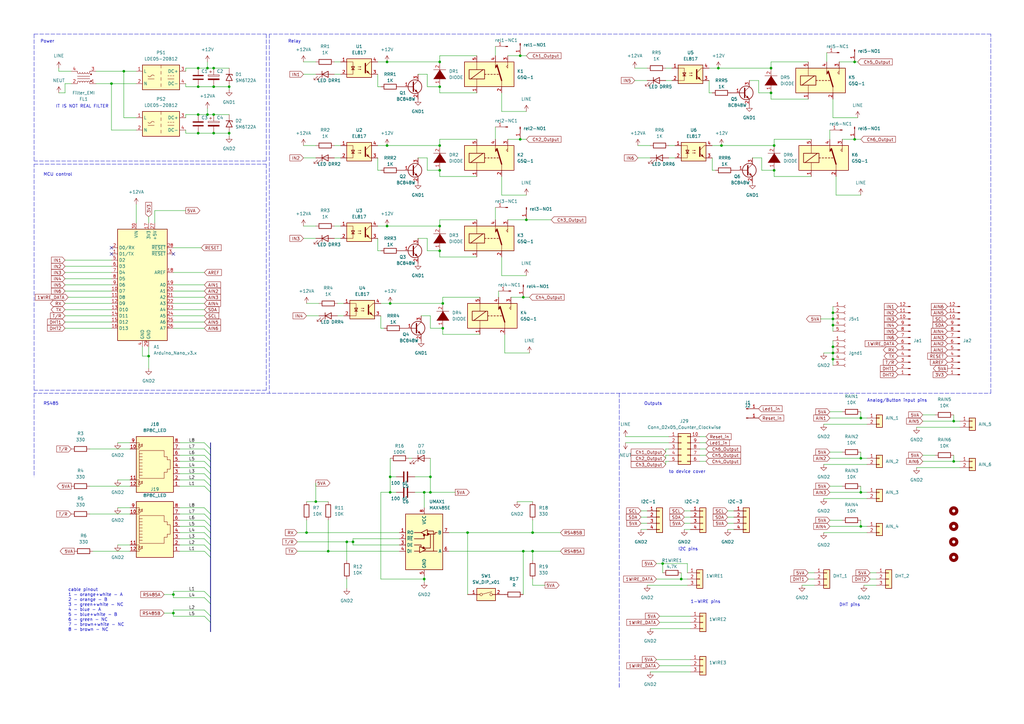
<source format=kicad_sch>
(kicad_sch (version 20211123) (generator eeschema)
  (paper "A3")
  (junction (at 160.02 124.46))
  (junction (at 93.98 35.56))
  (junction (at 316.23 27.94))
  (junction (at 350.52 25.4))
  (junction (at 214.63 121.92))
  (junction (at 316.23 38.1))
  (junction (at 213.36 57.15))
  (junction (at 158.75 25.4))
  (junction (at 144.78 222.25))
  (junction (at 350.52 57.15))
  (junction (at 45.72 34.29))
  (junction (at 391.16 189.23))
  (junction (at 71.12 243.84))
  (junction (at 158.75 92.71))
  (junction (at 81.28 46.99))
  (junction (at 60.96 146.05))
  (junction (at 218.44 218.44))
  (junction (at 353.06 187.96))
  (junction (at 160.02 201.93))
  (junction (at 173.99 201.93))
  (junction (at 173.99 237.49))
  (junction (at 134.62 226.06))
  (junction (at 50.8 29.21))
  (junction (at 176.53 201.93))
  (junction (at 87.63 46.99))
  (junction (at 215.9 90.17))
  (junction (at 214.63 226.06))
  (junction (at 180.34 92.71))
  (junction (at 341.63 142.24))
  (junction (at 391.16 172.72))
  (junction (at 317.5 59.69))
  (junction (at 341.63 147.32))
  (junction (at 353.06 201.93))
  (junction (at 271.78 231.14))
  (junction (at 87.63 35.56))
  (junction (at 87.63 27.94))
  (junction (at 341.63 128.27))
  (junction (at 191.77 218.44))
  (junction (at 213.36 22.86))
  (junction (at 317.5 69.85))
  (junction (at 158.75 59.69))
  (junction (at 180.34 102.87))
  (junction (at 71.12 251.46))
  (junction (at 294.64 27.94))
  (junction (at 295.91 59.69))
  (junction (at 180.34 59.69))
  (junction (at 85.09 27.94))
  (junction (at 180.34 69.85))
  (junction (at 93.98 54.61))
  (junction (at 81.28 27.94))
  (junction (at 218.44 226.06))
  (junction (at 81.28 54.61))
  (junction (at 279.4 237.49))
  (junction (at 142.24 222.25))
  (junction (at 353.06 171.45))
  (junction (at 180.34 35.56))
  (junction (at 180.34 25.4))
  (junction (at 160.02 195.58))
  (junction (at 85.09 46.99))
  (junction (at 181.61 134.62))
  (junction (at 353.06 215.9))
  (junction (at 81.28 35.56))
  (junction (at 341.63 130.81))
  (junction (at 341.63 144.78))
  (junction (at 125.73 218.44))
  (junction (at 129.54 205.74))
  (junction (at 181.61 124.46))
  (junction (at 176.53 195.58))
  (junction (at 87.63 54.61))
  (junction (at 341.63 133.35))
  (no_connect (at 71.12 104.14))
  (no_connect (at 45.72 104.14))
  (no_connect (at 45.72 101.6))
  (bus_entry (at 83.82 186.69) (size 2.54 2.54))
  (bus_entry (at 83.82 181.61) (size 2.54 2.54))
  (bus_entry (at 83.82 184.15) (size 2.54 2.54))
  (bus_entry (at 83.82 199.39) (size 2.54 2.54))
  (bus_entry (at 83.82 191.77) (size 2.54 2.54))
  (bus_entry (at 83.82 194.31) (size 2.54 2.54))
  (bus_entry (at 83.82 189.23) (size 2.54 2.54))
  (bus_entry (at 83.82 196.85) (size 2.54 2.54))
  (bus_entry (at 83.82 215.9) (size 2.54 2.54))
  (bus_entry (at 83.82 213.36) (size 2.54 2.54))
  (bus_entry (at 83.82 218.44) (size 2.54 2.54))
  (bus_entry (at 83.82 223.52) (size 2.54 2.54))
  (bus_entry (at 83.82 226.06) (size 2.54 2.54))
  (bus_entry (at 83.82 220.98) (size 2.54 2.54))
  (bus_entry (at 83.82 210.82) (size 2.54 2.54))
  (bus_entry (at 83.82 208.28) (size 2.54 2.54))
  (bus_entry (at 83.82 250.19) (size 2.54 2.54))
  (bus_entry (at 83.82 252.73) (size 2.54 2.54))
  (bus_entry (at 83.82 242.57) (size 2.54 2.54))
  (bus_entry (at 83.82 245.11) (size 2.54 2.54))
  (wire (pts (xy 274.32 64.77) (xy 276.86 64.77)))
  (wire (pts (xy 287.02 189.23) (xy 289.56 189.23)))
  (wire (pts (xy 280.67 217.17) (xy 283.21 217.17)))
  (wire (pts (xy 218.44 226.06) (xy 229.87 226.06)))
  (wire (pts (xy 281.94 231.14) (xy 271.78 231.14)))
  (wire (pts (xy 344.17 25.4) (xy 350.52 25.4)))
  (bus (pts (xy 86.36 194.31) (xy 86.36 196.85)))
  (bus (pts (xy 86.36 184.15) (xy 86.36 186.69)))
  (wire (pts (xy 93.98 54.61) (xy 93.98 55.88)))
  (wire (pts (xy 203.2 19.05) (xy 203.2 22.86)))
  (wire (pts (xy 340.36 215.9) (xy 353.06 215.9)))
  (wire (pts (xy 137.16 92.71) (xy 139.7 92.71)))
  (wire (pts (xy 337.82 190.5) (xy 355.6 190.5)))
  (wire (pts (xy 125.73 218.44) (xy 163.83 218.44)))
  (wire (pts (xy 331.47 234.95) (xy 334.01 234.95)))
  (wire (pts (xy 63.5 86.36) (xy 63.5 91.44)))
  (wire (pts (xy 154.94 30.48) (xy 154.94 35.56)))
  (wire (pts (xy 341.63 125.73) (xy 341.63 128.27)))
  (wire (pts (xy 191.77 218.44) (xy 191.77 243.84)))
  (wire (pts (xy 184.15 218.44) (xy 191.77 218.44)))
  (wire (pts (xy 154.94 59.69) (xy 158.75 59.69)))
  (wire (pts (xy 87.63 46.99) (xy 85.09 46.99)))
  (wire (pts (xy 76.2 27.94) (xy 76.2 29.21)))
  (wire (pts (xy 26.67 109.22) (xy 45.72 109.22)))
  (wire (pts (xy 208.28 90.17) (xy 215.9 90.17)))
  (bus (pts (xy 86.36 218.44) (xy 86.36 220.98)))
  (wire (pts (xy 195.58 57.15) (xy 180.34 57.15)))
  (wire (pts (xy 36.83 199.39) (xy 53.34 199.39)))
  (wire (pts (xy 261.62 64.77) (xy 266.7 64.77)))
  (wire (pts (xy 55.88 48.26) (xy 50.8 48.26)))
  (wire (pts (xy 121.92 218.44) (xy 125.73 218.44)))
  (wire (pts (xy 378.46 189.23) (xy 391.16 189.23)))
  (wire (pts (xy 60.96 88.9) (xy 60.96 91.44)))
  (wire (pts (xy 271.78 231.14) (xy 271.78 234.95)))
  (wire (pts (xy 73.66 196.85) (xy 83.82 196.85)))
  (wire (pts (xy 134.62 226.06) (xy 163.83 226.06)))
  (wire (pts (xy 134.62 205.74) (xy 129.54 205.74)))
  (polyline (pts (xy 172.72 161.29) (xy 406.4 161.29)))
  (wire (pts (xy 124.46 59.69) (xy 129.54 59.69)))
  (wire (pts (xy 262.89 212.09) (xy 265.43 212.09)))
  (wire (pts (xy 270.51 252.73) (xy 283.21 252.73)))
  (wire (pts (xy 170.18 201.93) (xy 173.99 201.93)))
  (wire (pts (xy 270.51 255.27) (xy 283.21 255.27)))
  (wire (pts (xy 60.96 142.24) (xy 60.96 146.05)))
  (wire (pts (xy 312.42 69.85) (xy 312.42 64.77)))
  (bus (pts (xy 86.36 252.73) (xy 86.36 255.27)))
  (wire (pts (xy 353.06 171.45) (xy 355.6 171.45)))
  (wire (pts (xy 73.66 181.61) (xy 83.82 181.61)))
  (wire (pts (xy 298.45 214.63) (xy 300.99 214.63)))
  (wire (pts (xy 87.63 35.56) (xy 93.98 35.56)))
  (wire (pts (xy 331.47 40.64) (xy 316.23 40.64)))
  (wire (pts (xy 290.83 38.1) (xy 292.1 38.1)))
  (wire (pts (xy 55.88 53.34) (xy 45.72 53.34)))
  (wire (pts (xy 195.58 22.86) (xy 180.34 22.86)))
  (wire (pts (xy 294.64 27.94) (xy 316.23 27.94)))
  (wire (pts (xy 205.74 113.03) (xy 215.9 113.03)))
  (wire (pts (xy 73.66 199.39) (xy 83.82 199.39)))
  (wire (pts (xy 142.24 222.25) (xy 142.24 229.87)))
  (wire (pts (xy 353.06 199.39) (xy 353.06 201.93)))
  (wire (pts (xy 341.63 139.7) (xy 341.63 142.24)))
  (wire (pts (xy 218.44 218.44) (xy 229.87 218.44)))
  (wire (pts (xy 341.63 144.78) (xy 341.63 147.32)))
  (wire (pts (xy 173.99 237.49) (xy 156.21 237.49)))
  (wire (pts (xy 45.72 34.29) (xy 55.88 34.29)))
  (wire (pts (xy 71.12 116.84) (xy 83.82 116.84)))
  (wire (pts (xy 125.73 129.54) (xy 130.81 129.54)))
  (wire (pts (xy 81.28 46.99) (xy 76.2 46.99)))
  (wire (pts (xy 342.9 80.01) (xy 353.06 80.01)))
  (wire (pts (xy 142.24 237.49) (xy 142.24 241.3)))
  (wire (pts (xy 71.12 111.76) (xy 83.82 111.76)))
  (wire (pts (xy 173.99 201.93) (xy 176.53 201.93)))
  (wire (pts (xy 73.66 226.06) (xy 83.82 226.06)))
  (polyline (pts (xy 13.97 67.31) (xy 109.22 67.31)))
  (wire (pts (xy 73.66 213.36) (xy 83.82 213.36)))
  (wire (pts (xy 295.91 59.69) (xy 317.5 59.69)))
  (wire (pts (xy 269.24 237.49) (xy 279.4 237.49)))
  (wire (pts (xy 160.02 195.58) (xy 162.56 195.58)))
  (wire (pts (xy 180.34 35.56) (xy 175.26 35.56)))
  (wire (pts (xy 341.63 133.35) (xy 341.63 135.89)))
  (wire (pts (xy 353.06 213.36) (xy 353.06 215.9)))
  (wire (pts (xy 180.34 72.39) (xy 180.34 69.85)))
  (bus (pts (xy 86.36 210.82) (xy 86.36 213.36)))
  (wire (pts (xy 71.12 250.19) (xy 83.82 250.19)))
  (wire (pts (xy 26.67 116.84) (xy 45.72 116.84)))
  (wire (pts (xy 340.36 187.96) (xy 353.06 187.96)))
  (wire (pts (xy 24.13 29.21) (xy 24.13 27.94)))
  (wire (pts (xy 290.83 33.02) (xy 290.83 38.1)))
  (wire (pts (xy 181.61 134.62) (xy 176.53 134.62)))
  (wire (pts (xy 154.94 69.85) (xy 156.21 69.85)))
  (wire (pts (xy 273.05 27.94) (xy 275.59 27.94)))
  (wire (pts (xy 208.28 57.15) (xy 213.36 57.15)))
  (wire (pts (xy 73.66 184.15) (xy 83.82 184.15)))
  (wire (pts (xy 180.34 57.15) (xy 180.34 59.69)))
  (wire (pts (xy 163.83 220.98) (xy 144.78 220.98)))
  (wire (pts (xy 262.89 217.17) (xy 265.43 217.17)))
  (wire (pts (xy 63.5 86.36) (xy 76.2 86.36)))
  (wire (pts (xy 29.21 34.29) (xy 26.67 34.29)))
  (wire (pts (xy 378.46 172.72) (xy 391.16 172.72)))
  (wire (pts (xy 317.5 57.15) (xy 317.5 59.69)))
  (wire (pts (xy 137.16 59.69) (xy 139.7 59.69)))
  (polyline (pts (xy 109.22 66.04) (xy 13.97 66.04)))
  (wire (pts (xy 26.67 129.54) (xy 45.72 129.54)))
  (wire (pts (xy 175.26 69.85) (xy 175.26 64.77)))
  (wire (pts (xy 340.36 168.91) (xy 345.44 168.91)))
  (wire (pts (xy 260.35 33.02) (xy 265.43 33.02)))
  (wire (pts (xy 73.66 223.52) (xy 83.82 223.52)))
  (wire (pts (xy 176.53 201.93) (xy 186.69 201.93)))
  (wire (pts (xy 29.21 29.21) (xy 24.13 29.21)))
  (bus (pts (xy 86.36 255.27) (xy 86.36 259.08)))
  (wire (pts (xy 337.82 173.99) (xy 355.6 173.99)))
  (wire (pts (xy 175.26 35.56) (xy 175.26 30.48)))
  (wire (pts (xy 87.63 27.94) (xy 85.09 27.94)))
  (wire (pts (xy 154.94 25.4) (xy 158.75 25.4)))
  (wire (pts (xy 375.92 175.26) (xy 393.7 175.26)))
  (wire (pts (xy 73.66 189.23) (xy 83.82 189.23)))
  (wire (pts (xy 196.85 137.16) (xy 181.61 137.16)))
  (wire (pts (xy 144.78 220.98) (xy 144.78 222.25)))
  (wire (pts (xy 50.8 29.21) (xy 50.8 48.26)))
  (wire (pts (xy 48.26 196.85) (xy 53.34 196.85)))
  (wire (pts (xy 71.12 250.19) (xy 71.12 251.46)))
  (wire (pts (xy 26.67 106.68) (xy 45.72 106.68)))
  (wire (pts (xy 317.5 69.85) (xy 312.42 69.85)))
  (wire (pts (xy 93.98 35.56) (xy 93.98 36.83)))
  (wire (pts (xy 281.94 234.95) (xy 281.94 231.14)))
  (wire (pts (xy 274.32 184.15) (xy 273.05 184.15)))
  (wire (pts (xy 73.66 218.44) (xy 83.82 218.44)))
  (wire (pts (xy 26.67 127) (xy 45.72 127)))
  (wire (pts (xy 331.47 25.4) (xy 316.23 25.4)))
  (wire (pts (xy 266.7 275.59) (xy 283.21 275.59)))
  (wire (pts (xy 274.32 186.69) (xy 273.05 186.69)))
  (wire (pts (xy 170.18 195.58) (xy 176.53 195.58)))
  (wire (pts (xy 144.78 222.25) (xy 144.78 223.52)))
  (wire (pts (xy 342.9 72.39) (xy 342.9 80.01)))
  (wire (pts (xy 181.61 121.92) (xy 181.61 124.46)))
  (wire (pts (xy 26.67 111.76) (xy 45.72 111.76)))
  (wire (pts (xy 336.55 130.81) (xy 341.63 130.81)))
  (wire (pts (xy 85.09 44.45) (xy 85.09 46.99)))
  (wire (pts (xy 331.47 237.49) (xy 334.01 237.49)))
  (wire (pts (xy 124.46 92.71) (xy 129.54 92.71)))
  (wire (pts (xy 340.36 199.39) (xy 345.44 199.39)))
  (wire (pts (xy 137.16 25.4) (xy 139.7 25.4)))
  (wire (pts (xy 26.67 134.62) (xy 45.72 134.62)))
  (wire (pts (xy 207.01 144.78) (xy 217.17 144.78)))
  (wire (pts (xy 340.36 201.93) (xy 353.06 201.93)))
  (wire (pts (xy 73.66 186.69) (xy 83.82 186.69)))
  (polyline (pts (xy 109.22 67.31) (xy 109.22 160.02)))
  (wire (pts (xy 340.36 53.34) (xy 340.36 57.15)))
  (wire (pts (xy 391.16 186.69) (xy 391.16 189.23)))
  (wire (pts (xy 180.34 22.86) (xy 180.34 25.4)))
  (wire (pts (xy 218.44 213.36) (xy 218.44 218.44)))
  (wire (pts (xy 204.47 119.38) (xy 204.47 121.92)))
  (polyline (pts (xy 13.97 13.97) (xy 109.22 13.97)))
  (wire (pts (xy 160.02 187.96) (xy 160.02 195.58)))
  (wire (pts (xy 312.42 64.77) (xy 308.61 64.77)))
  (wire (pts (xy 71.12 132.08) (xy 83.82 132.08)))
  (wire (pts (xy 298.45 217.17) (xy 300.99 217.17)))
  (wire (pts (xy 316.23 25.4) (xy 316.23 27.94)))
  (wire (pts (xy 298.45 209.55) (xy 300.99 209.55)))
  (wire (pts (xy 316.23 40.64) (xy 316.23 38.1)))
  (wire (pts (xy 55.88 83.82) (xy 55.88 91.44)))
  (wire (pts (xy 87.63 54.61) (xy 93.98 54.61)))
  (wire (pts (xy 341.63 142.24) (xy 341.63 144.78)))
  (wire (pts (xy 71.12 134.62) (xy 83.82 134.62)))
  (wire (pts (xy 67.31 243.84) (xy 71.12 243.84)))
  (wire (pts (xy 195.58 38.1) (xy 180.34 38.1)))
  (wire (pts (xy 180.34 102.87) (xy 175.26 102.87)))
  (wire (pts (xy 341.63 48.26) (xy 351.79 48.26)))
  (wire (pts (xy 356.87 234.95) (xy 359.41 234.95)))
  (wire (pts (xy 53.34 210.82) (xy 36.83 210.82)))
  (wire (pts (xy 311.15 38.1) (xy 311.15 33.02)))
  (wire (pts (xy 280.67 214.63) (xy 283.21 214.63)))
  (wire (pts (xy 26.67 132.08) (xy 45.72 132.08)))
  (wire (pts (xy 262.89 214.63) (xy 265.43 214.63)))
  (wire (pts (xy 36.83 184.15) (xy 53.34 184.15)))
  (wire (pts (xy 353.06 187.96) (xy 355.6 187.96)))
  (wire (pts (xy 223.52 240.03) (xy 218.44 240.03)))
  (wire (pts (xy 173.99 238.76) (xy 173.99 237.49)))
  (wire (pts (xy 378.46 170.18) (xy 383.54 170.18)))
  (wire (pts (xy 341.63 147.32) (xy 341.63 149.86)))
  (wire (pts (xy 26.67 114.3) (xy 45.72 114.3)))
  (bus (pts (xy 86.36 191.77) (xy 86.36 194.31)))
  (wire (pts (xy 316.23 38.1) (xy 311.15 38.1)))
  (wire (pts (xy 287.02 179.07) (xy 289.56 179.07)))
  (wire (pts (xy 328.93 240.03) (xy 334.01 240.03)))
  (wire (pts (xy 207.01 137.16) (xy 207.01 144.78)))
  (polyline (pts (xy 172.72 161.29) (xy 13.97 161.29)))
  (wire (pts (xy 337.82 218.44) (xy 355.6 218.44)))
  (polyline (pts (xy 109.22 160.02) (xy 13.97 160.02)))
  (polyline (pts (xy 109.22 13.97) (xy 109.22 66.04)))
  (wire (pts (xy 121.92 226.06) (xy 134.62 226.06)))
  (wire (pts (xy 214.63 121.92) (xy 217.17 121.92)))
  (wire (pts (xy 213.36 57.15) (xy 215.9 57.15)))
  (wire (pts (xy 154.94 92.71) (xy 158.75 92.71)))
  (wire (pts (xy 156.21 124.46) (xy 160.02 124.46)))
  (wire (pts (xy 58.42 146.05) (xy 60.96 146.05)))
  (wire (pts (xy 76.2 35.56) (xy 81.28 35.56)))
  (wire (pts (xy 218.44 226.06) (xy 218.44 229.87)))
  (wire (pts (xy 67.31 251.46) (xy 71.12 251.46)))
  (wire (pts (xy 71.12 127) (xy 83.82 127)))
  (polyline (pts (xy 110.49 13.97) (xy 110.49 161.29)))
  (polyline (pts (xy 13.97 13.97) (xy 13.97 66.04)))
  (wire (pts (xy 260.35 27.94) (xy 265.43 27.94)))
  (wire (pts (xy 76.2 46.99) (xy 76.2 48.26)))
  (wire (pts (xy 134.62 213.36) (xy 134.62 226.06)))
  (wire (pts (xy 58.42 142.24) (xy 58.42 146.05)))
  (wire (pts (xy 287.02 184.15) (xy 289.56 184.15)))
  (wire (pts (xy 60.96 146.05) (xy 60.96 151.13)))
  (wire (pts (xy 273.05 33.02) (xy 275.59 33.02)))
  (wire (pts (xy 298.45 212.09) (xy 300.99 212.09)))
  (wire (pts (xy 85.09 46.99) (xy 81.28 46.99)))
  (wire (pts (xy 180.34 38.1) (xy 180.34 35.56)))
  (wire (pts (xy 279.4 237.49) (xy 281.94 237.49)))
  (wire (pts (xy 124.46 97.79) (xy 129.54 97.79)))
  (wire (pts (xy 71.12 124.46) (xy 83.82 124.46)))
  (wire (pts (xy 341.63 40.64) (xy 341.63 48.26)))
  (wire (pts (xy 71.12 242.57) (xy 83.82 242.57)))
  (wire (pts (xy 76.2 54.61) (xy 76.2 53.34)))
  (wire (pts (xy 279.4 237.49) (xy 279.4 234.95)))
  (wire (pts (xy 266.7 257.81) (xy 283.21 257.81)))
  (wire (pts (xy 205.74 105.41) (xy 205.74 113.03)))
  (wire (pts (xy 341.63 128.27) (xy 341.63 130.81)))
  (wire (pts (xy 87.63 54.61) (xy 81.28 54.61)))
  (wire (pts (xy 262.89 209.55) (xy 265.43 209.55)))
  (wire (pts (xy 181.61 137.16) (xy 181.61 134.62)))
  (wire (pts (xy 39.37 29.21) (xy 50.8 29.21)))
  (wire (pts (xy 71.12 121.92) (xy 83.82 121.92)))
  (wire (pts (xy 180.34 90.17) (xy 180.34 92.71)))
  (wire (pts (xy 71.12 101.6) (xy 82.55 101.6)))
  (bus (pts (xy 86.36 186.69) (xy 86.36 189.23)))
  (bus (pts (xy 86.36 189.23) (xy 86.36 191.77)))
  (wire (pts (xy 50.8 29.21) (xy 55.88 29.21)))
  (wire (pts (xy 71.12 252.73) (xy 83.82 252.73)))
  (wire (pts (xy 203.2 85.09) (xy 203.2 90.17)))
  (wire (pts (xy 195.58 105.41) (xy 180.34 105.41)))
  (wire (pts (xy 138.43 124.46) (xy 140.97 124.46)))
  (wire (pts (xy 341.63 130.81) (xy 341.63 133.35)))
  (wire (pts (xy 121.92 222.25) (xy 142.24 222.25)))
  (wire (pts (xy 142.24 222.25) (xy 144.78 222.25)))
  (wire (pts (xy 261.62 59.69) (xy 266.7 59.69)))
  (polyline (pts (xy 13.97 161.29) (xy 13.97 195.58)))
  (wire (pts (xy 175.26 97.79) (xy 171.45 97.79)))
  (wire (pts (xy 280.67 212.09) (xy 283.21 212.09)))
  (wire (pts (xy 196.85 121.92) (xy 181.61 121.92)))
  (wire (pts (xy 137.16 64.77) (xy 139.7 64.77)))
  (wire (pts (xy 26.67 124.46) (xy 45.72 124.46)))
  (wire (pts (xy 213.36 22.86) (xy 215.9 22.86)))
  (wire (pts (xy 124.46 64.77) (xy 129.54 64.77)))
  (wire (pts (xy 205.74 45.72) (xy 215.9 45.72)))
  (wire (pts (xy 340.36 213.36) (xy 345.44 213.36)))
  (wire (pts (xy 158.75 25.4) (xy 180.34 25.4)))
  (wire (pts (xy 256.54 179.07) (xy 274.32 179.07)))
  (wire (pts (xy 154.94 102.87) (xy 156.21 102.87)))
  (wire (pts (xy 156.21 201.93) (xy 156.21 237.49)))
  (wire (pts (xy 274.32 189.23) (xy 273.05 189.23)))
  (wire (pts (xy 345.44 57.15) (xy 350.52 57.15)))
  (wire (pts (xy 175.26 30.48) (xy 171.45 30.48)))
  (wire (pts (xy 175.26 102.87) (xy 175.26 97.79)))
  (wire (pts (xy 71.12 245.11) (xy 83.82 245.11)))
  (wire (pts (xy 160.02 195.58) (xy 160.02 201.93)))
  (wire (pts (xy 176.53 129.54) (xy 172.72 129.54)))
  (wire (pts (xy 287.02 181.61) (xy 289.56 181.61)))
  (wire (pts (xy 340.36 171.45) (xy 353.06 171.45)))
  (wire (pts (xy 273.05 184.15) (xy 273.05 185.42)))
  (wire (pts (xy 353.06 168.91) (xy 353.06 171.45)))
  (wire (pts (xy 129.54 198.12) (xy 129.54 205.74)))
  (bus (pts (xy 86.36 199.39) (xy 86.36 201.93)))
  (bus (pts (xy 86.36 220.98) (xy 86.36 223.52)))
  (wire (pts (xy 212.09 205.74) (xy 218.44 205.74)))
  (wire (pts (xy 350.52 57.15) (xy 353.06 57.15)))
  (wire (pts (xy 269.24 270.51) (xy 283.21 270.51)))
  (bus (pts (xy 86.36 245.11) (xy 86.36 247.65)))
  (wire (pts (xy 353.06 201.93) (xy 355.6 201.93)))
  (wire (pts (xy 26.67 119.38) (xy 45.72 119.38)))
  (wire (pts (xy 26.67 38.1) (xy 24.13 38.1)))
  (wire (pts (xy 339.09 21.59) (xy 339.09 25.4)))
  (wire (pts (xy 173.99 201.93) (xy 173.99 208.28)))
  (wire (pts (xy 176.53 195.58) (xy 176.53 201.93)))
  (wire (pts (xy 195.58 90.17) (xy 180.34 90.17)))
  (polyline (pts (xy 254 161.29) (xy 254 281.94)))
  (wire (pts (xy 124.46 25.4) (xy 129.54 25.4)))
  (wire (pts (xy 48.26 223.52) (xy 53.34 223.52)))
  (wire (pts (xy 137.16 30.48) (xy 139.7 30.48)))
  (wire (pts (xy 256.54 181.61) (xy 274.32 181.61)))
  (wire (pts (xy 160.02 124.46) (xy 181.61 124.46)))
  (wire (pts (xy 48.26 181.61) (xy 53.34 181.61)))
  (wire (pts (xy 71.12 243.84) (xy 71.12 245.11)))
  (wire (pts (xy 81.28 54.61) (xy 76.2 54.61)))
  (wire (pts (xy 184.15 226.06) (xy 214.63 226.06)))
  (wire (pts (xy 271.78 231.14) (xy 269.24 231.14)))
  (wire (pts (xy 340.36 185.42) (xy 345.44 185.42)))
  (bus (pts (xy 86.36 201.93) (xy 86.36 210.82)))
  (wire (pts (xy 124.46 30.48) (xy 129.54 30.48)))
  (wire (pts (xy 317.5 72.39) (xy 317.5 69.85)))
  (wire (pts (xy 356.87 237.49) (xy 359.41 237.49)))
  (wire (pts (xy 154.94 97.79) (xy 154.94 102.87)))
  (polyline (pts (xy 406.4 13.97) (xy 110.49 13.97)))
  (bus (pts (xy 86.36 181.61) (xy 86.36 184.15)))
  (wire (pts (xy 195.58 72.39) (xy 180.34 72.39)))
  (wire (pts (xy 265.43 240.03) (xy 281.94 240.03)))
  (wire (pts (xy 73.66 191.77) (xy 83.82 191.77)))
  (wire (pts (xy 71.12 242.57) (xy 71.12 243.84)))
  (wire (pts (xy 274.32 59.69) (xy 276.86 59.69)))
  (wire (pts (xy 154.94 35.56) (xy 156.21 35.56)))
  (wire (pts (xy 158.75 59.69) (xy 180.34 59.69)))
  (wire (pts (xy 375.92 191.77) (xy 393.7 191.77)))
  (wire (pts (xy 73.66 208.28) (xy 83.82 208.28)))
  (wire (pts (xy 214.63 226.06) (xy 214.63 243.84)))
  (wire (pts (xy 218.44 240.03) (xy 218.44 237.49)))
  (wire (pts (xy 191.77 218.44) (xy 218.44 218.44)))
  (wire (pts (xy 290.83 27.94) (xy 294.64 27.94)))
  (wire (pts (xy 87.63 46.99) (xy 93.98 46.99)))
  (bus (pts (xy 86.36 228.6) (xy 86.36 245.11)))
  (wire (pts (xy 203.2 52.07) (xy 203.2 57.15)))
  (wire (pts (xy 337.82 204.47) (xy 355.6 204.47)))
  (bus (pts (xy 86.36 223.52) (xy 86.36 226.06)))
  (wire (pts (xy 292.1 64.77) (xy 292.1 69.85)))
  (wire (pts (xy 125.73 124.46) (xy 130.81 124.46)))
  (wire (pts (xy 391.16 172.72) (xy 393.7 172.72)))
  (wire (pts (xy 73.66 220.98) (xy 83.82 220.98)))
  (wire (pts (xy 273.05 186.69) (xy 273.05 187.96)))
  (wire (pts (xy 154.94 64.77) (xy 154.94 69.85)))
  (wire (pts (xy 156.21 134.62) (xy 157.48 134.62)))
  (wire (pts (xy 391.16 189.23) (xy 393.7 189.23)))
  (bus (pts (xy 86.36 215.9) (xy 86.36 218.44)))
  (wire (pts (xy 39.37 34.29) (xy 45.72 34.29)))
  (wire (pts (xy 26.67 34.29) (xy 26.67 38.1)))
  (wire (pts (xy 215.9 90.17) (xy 226.06 90.17)))
  (wire (pts (xy 176.53 134.62) (xy 176.53 129.54)))
  (wire (pts (xy 73.66 215.9) (xy 83.82 215.9)))
  (wire (pts (xy 85.09 27.94) (xy 81.28 27.94)))
  (wire (pts (xy 287.02 186.69) (xy 289.56 186.69)))
  (wire (pts (xy 125.73 213.36) (xy 125.73 218.44)))
  (wire (pts (xy 353.06 215.9) (xy 355.6 215.9)))
  (wire (pts (xy 180.34 105.41) (xy 180.34 102.87)))
  (wire (pts (xy 76.2 34.29) (xy 76.2 35.56)))
  (bus (pts (xy 86.36 226.06) (xy 86.36 228.6)))
  (wire (pts (xy 292.1 59.69) (xy 295.91 59.69)))
  (wire (pts (xy 270.51 273.05) (xy 283.21 273.05)))
  (wire (pts (xy 332.74 72.39) (xy 317.5 72.39)))
  (wire (pts (xy 173.99 237.49) (xy 173.99 236.22)))
  (wire (pts (xy 138.43 129.54) (xy 140.97 129.54)))
  (wire (pts (xy 350.52 25.4) (xy 351.79 25.4)))
  (wire (pts (xy 292.1 69.85) (xy 293.37 69.85)))
  (wire (pts (xy 337.82 144.78) (xy 341.63 144.78)))
  (wire (pts (xy 93.98 27.94) (xy 87.63 27.94)))
  (wire (pts (xy 85.09 25.4) (xy 85.09 27.94)))
  (bus (pts (xy 86.36 196.85) (xy 86.36 199.39)))
  (wire (pts (xy 71.12 251.46) (xy 71.12 252.73)))
  (wire (pts (xy 48.26 208.28) (xy 53.34 208.28)))
  (wire (pts (xy 38.1 226.06) (xy 53.34 226.06)))
  (wire (pts (xy 71.12 119.38) (xy 83.82 119.38)))
  (wire (pts (xy 73.66 210.82) (xy 83.82 210.82)))
  (wire (pts (xy 273.05 189.23) (xy 273.05 190.5)))
  (wire (pts (xy 81.28 27.94) (xy 76.2 27.94)))
  (wire (pts (xy 353.06 185.42) (xy 353.06 187.96)))
  (wire (pts (xy 280.67 209.55) (xy 283.21 209.55)))
  (wire (pts (xy 378.46 186.69) (xy 383.54 186.69)))
  (wire (pts (xy 81.28 35.56) (xy 87.63 35.56)))
  (wire (pts (xy 73.66 194.31) (xy 83.82 194.31)))
  (wire (pts (xy 205.74 80.01) (xy 215.9 80.01)))
  (wire (pts (xy 71.12 129.54) (xy 83.82 129.54)))
  (wire (pts (xy 167.64 187.96) (xy 168.91 187.96)))
  (wire (pts (xy 209.55 121.92) (xy 214.63 121.92)))
  (wire (pts (xy 156.21 129.54) (xy 156.21 134.62)))
  (wire (pts (xy 180.34 69.85) (xy 175.26 69.85)))
  (wire (pts (xy 158.75 92.71) (xy 180.34 92.71)))
  (wire (pts (xy 214.63 226.06) (xy 218.44 226.06)))
  (bus (pts (xy 86.36 213.36) (xy 86.36 215.9)))
  (wire (pts (xy 311.15 33.02) (xy 307.34 33.02)))
  (wire (pts (xy 205.74 72.39) (xy 205.74 80.01)))
  (wire (pts (xy 156.21 201.93) (xy 160.02 201.93)))
  (wire (pts (xy 391.16 170.18) (xy 391.16 172.72)))
  (wire (pts (xy 175.26 64.77) (xy 171.45 64.77)))
  (wire (pts (xy 129.54 205.74) (xy 125.73 205.74)))
  (wire (pts (xy 354.33 240.03) (xy 359.41 240.03)))
  (wire (pts (xy 137.16 97.79) (xy 139.7 97.79)))
  (wire (pts (xy 208.28 22.86) (xy 213.36 22.86)))
  (polyline (pts (xy 254 280.67) (xy 254 281.94)))
  (wire (pts (xy 144.78 223.52) (xy 163.83 223.52)))
  (wire (pts (xy 45.72 34.29) (xy 45.72 53.34)))
  (wire (pts (xy 205.74 38.1) (xy 205.74 45.72)))
  (polyline (pts (xy 406.4 161.29) (xy 406.4 13.97)))
  (bus (pts (xy 86.36 247.65) (xy 86.36 252.73)))
  (wire (pts (xy 332.74 57.15) (xy 317.5 57.15)))
  (wire (pts (xy 27.94 121.92) (xy 45.72 121.92)))
  (wire (pts (xy 160.02 201.93) (xy 162.56 201.93)))
  (wire (pts (xy 176.53 187.96) (xy 176.53 195.58)))
  (polyline (pts (xy 13.97 160.02) (xy 13.97 67.31)))
  (text "cable pinout\n1 - orange+white - A\n2 - orange - B\n3 - green+white - NC\n4 - blue - A\n5 - blue+white - B\n6 - green - NC\n7 - brown+white - NC\n8 - brown - NC" (at 27.94 259.08 0) (effects (font (size 1.27 1.27)) (justify left bottom)))
  (text "I2C pins" (at 278.13 226.06 0) (effects (font (size 1.27 1.27)) (justify left bottom)))
  (text "1-WIRE pins" (at 283.21 247.65 0) (effects (font (size 1.27 1.27)) (justify left bottom)))
  (text "Relay" (at 118.11 17.78 0) (effects (font (size 1.27 1.27)) (justify left bottom)))
  (text "Power" (at 16.51 17.78 0) (effects (font (size 1.27 1.27)) (justify left bottom)))
  (text "Analog/Button input pins" (at 355.6 165.1 0) (effects (font (size 1.27 1.27)) (justify left bottom)))
  (text "RS485" (at 17.78 166.37 0) (effects (font (size 1.27 1.27)) (justify left bottom)))
  (text "Outputs" (at 264.16 166.37 0) (effects (font (size 1.27 1.27)) (justify left bottom)))
  (text "IT IS NOT REAL FILTER" (at 22.86 44.45 0) (effects (font (size 1.27 1.27)) (justify left bottom)))
  (text "MCU control" (at 17.78 72.39 0) (effects (font (size 1.27 1.27)) (justify left bottom)))
  (text "to device cover" (at 274.32 194.31 0) (effects (font (size 1.27 1.27)) (justify left bottom)))
  (text "DHT pins" (at 344.17 248.92 0) (effects (font (size 1.27 1.27)) (justify left bottom)))
  (label "L2" (at 77.47 196.85 0))
  (label "L5" (at 77.47 189.23 0))
  (label "L4" (at 77.47 245.11 0))
  (label "L7" (at 77.47 210.82 0))
  (label "L1" (at 77.47 199.39 0))
  (label "L1" (at 77.47 226.06 0))
  (label "L7" (at 77.47 184.15 0))
  (label "L4" (at 77.47 191.77 0))
  (label "L6" (at 77.47 186.69 0))
  (label "L2" (at 77.47 223.52 0))
  (label "L2" (at 77.47 250.19 0))
  (label "L3" (at 77.47 220.98 0))
  (label "L4" (at 77.47 218.44 0))
  (label "L5" (at 77.47 215.9 0))
  (label "L5" (at 77.47 252.73 0))
  (label "L8" (at 77.47 208.28 0))
  (label "L3" (at 77.47 194.31 0))
  (label "L1" (at 77.47 242.57 0))
  (label "L8" (at 77.47 181.61 0))
  (label "L6" (at 77.47 213.36 0))
  (global_label "IN3" (shape input) (at 368.3 130.81 180) (property "Intersheet References" "${INTERSHEET_REFS}" (effects hide)))
  (global_label "AIN4" (shape input) (at 388.62 135.89 180) (property "Intersheet References" "${INTERSHEET_REFS}" (effects hide)))
  (global_label "IN6" (shape input) (at 261.62 64.77 180) (property "Intersheet References" "${INTERSHEET_REFS}" (effects hide)))
  (global_label "Reset_in" (shape input) (at 289.56 179.07 0) (property "Intersheet References" "${INTERSHEET_REFS}" (effects hide)))
  (global_label "5VA" (shape output) (at 76.2 86.36 0) (property "Intersheet References" "${INTERSHEET_REFS}" (effects hide)))
  (global_label " Ch5_Output" (shape input) (at 289.56 186.69 0) (property "Intersheet References" "${INTERSHEET_REFS}" (effects hide)))
  (global_label "5VA" (shape output) (at 129.54 198.12 0) (property "Intersheet References" "${INTERSHEET_REFS}" (effects hide)))
  (global_label "RX" (shape bidirectional) (at 368.3 143.51 180) (property "Intersheet References" "${INTERSHEET_REFS}" (effects hide)))
  (global_label "5VA" (shape input) (at 280.67 214.63 180) (property "Intersheet References" "${INTERSHEET_REFS}" (effects hide)))
  (global_label "Led1_in" (shape input) (at 311.15 167.64 0) (property "Intersheet References" "${INTERSHEET_REFS}" (effects hide)))
  (global_label "SCL" (shape input) (at 388.62 130.81 180) (property "Intersheet References" "${INTERSHEET_REFS}" (effects hide)))
  (global_label "IN4" (shape input) (at 125.73 129.54 180) (property "Intersheet References" "${INTERSHEET_REFS}" (effects hide)))
  (global_label "DHT1" (shape input) (at 26.67 132.08 180) (property "Intersheet References" "${INTERSHEET_REFS}" (effects hide)))
  (global_label "SDA" (shape input) (at 298.45 212.09 180) (property "Intersheet References" "${INTERSHEET_REFS}" (effects hide)))
  (global_label "AIN2" (shape input) (at 388.62 140.97 180) (property "Intersheet References" "${INTERSHEET_REFS}" (effects hide)))
  (global_label " Ch1_Output" (shape input) (at 215.9 22.86 0) (property "Intersheet References" "${INTERSHEET_REFS}" (effects hide)))
  (global_label " Ch4_Output" (shape input) (at 217.17 121.92 0) (property "Intersheet References" "${INTERSHEET_REFS}" (effects hide)))
  (global_label "AIN6" (shape input) (at 83.82 134.62 0) (property "Intersheet References" "${INTERSHEET_REFS}" (effects hide)))
  (global_label " Ch3_Output" (shape input) (at 226.06 90.17 0) (property "Intersheet References" "${INTERSHEET_REFS}" (effects hide)))
  (global_label "SCL" (shape input) (at 83.82 129.54 0) (property "Intersheet References" "${INTERSHEET_REFS}" (effects hide)))
  (global_label " Ch3_Output" (shape input) (at 273.05 190.5 180) (property "Intersheet References" "${INTERSHEET_REFS}" (effects hide)))
  (global_label "5VA" (shape output) (at 223.52 240.03 0) (property "Intersheet References" "${INTERSHEET_REFS}" (effects hide)))
  (global_label "AIN1" (shape input) (at 388.62 143.51 180) (property "Intersheet References" "${INTERSHEET_REFS}" (effects hide)))
  (global_label "5VA" (shape output) (at 336.55 130.81 180) (property "Intersheet References" "${INTERSHEET_REFS}" (effects hide)))
  (global_label "3V3" (shape input) (at 60.96 88.9 90) (property "Intersheet References" "${INTERSHEET_REFS}" (effects hide)))
  (global_label "IN4" (shape input) (at 26.67 114.3 180) (property "Intersheet References" "${INTERSHEET_REFS}" (effects hide)))
  (global_label "DHT2" (shape input) (at 26.67 134.62 180) (property "Intersheet References" "${INTERSHEET_REFS}" (effects hide)))
  (global_label "SDA" (shape input) (at 83.82 127 0) (property "Intersheet References" "${INTERSHEET_REFS}" (effects hide)))
  (global_label "SDA" (shape input) (at 388.62 133.35 180) (property "Intersheet References" "${INTERSHEET_REFS}" (effects hide)))
  (global_label " Ch2_Output" (shape input) (at 215.9 57.15 0) (property "Intersheet References" "${INTERSHEET_REFS}" (effects hide)))
  (global_label "T{slash}R" (shape input) (at 29.21 210.82 180) (property "Intersheet References" "${INTERSHEET_REFS}" (effects hide)))
  (global_label "AIN5" (shape input) (at 83.82 132.08 0) (property "Intersheet References" "${INTERSHEET_REFS}" (effects hide)))
  (global_label "T{slash}R" (shape input) (at 29.21 184.15 180) (property "Intersheet References" "${INTERSHEET_REFS}" (effects hide)))
  (global_label "IN1" (shape input) (at 368.3 125.73 180) (property "Intersheet References" "${INTERSHEET_REFS}" (effects hide)))
  (global_label "RS485A" (shape input) (at 67.31 243.84 180) (property "Intersheet References" "${INTERSHEET_REFS}" (effects hide)))
  (global_label "TX" (shape input) (at 121.92 226.06 180) (property "Intersheet References" "${INTERSHEET_REFS}" (effects hide)))
  (global_label "IN1" (shape input) (at 26.67 106.68 180) (property "Intersheet References" "${INTERSHEET_REFS}" (effects hide)))
  (global_label "5VA" (shape input) (at 340.36 213.36 180) (property "Intersheet References" "${INTERSHEET_REFS}" (effects hide)))
  (global_label "RX" (shape bidirectional) (at 26.67 124.46 180) (property "Intersheet References" "${INTERSHEET_REFS}" (effects hide)))
  (global_label "DHT2" (shape input) (at 356.87 237.49 180) (property "Intersheet References" "${INTERSHEET_REFS}" (effects hide)))
  (global_label "AREF" (shape input) (at 83.82 111.76 0) (property "Intersheet References" "${INTERSHEET_REFS}" (effects hide)))
  (global_label "5VA" (shape input) (at 269.24 231.14 180) (property "Intersheet References" "${INTERSHEET_REFS}" (effects hide)))
  (global_label " Ch6_Output" (shape input) (at 353.06 57.15 0) (property "Intersheet References" "${INTERSHEET_REFS}" (effects hide)))
  (global_label "AIN1" (shape input) (at 83.82 116.84 0) (property "Intersheet References" "${INTERSHEET_REFS}" (effects hide)))
  (global_label "AIN2" (shape input) (at 83.82 119.38 0) (property "Intersheet References" "${INTERSHEET_REFS}" (effects hide)))
  (global_label "1WIRE_DATA" (shape input) (at 27.94 121.92 180) (property "Intersheet References" "${INTERSHEET_REFS}" (effects hide)))
  (global_label "5VA" (shape input) (at 340.36 199.39 180) (property "Intersheet References" "${INTERSHEET_REFS}" (effects hide)))
  (global_label "IN3" (shape input) (at 124.46 97.79 180) (property "Intersheet References" "${INTERSHEET_REFS}" (effects hide)))
  (global_label "5VA" (shape input) (at 378.46 186.69 180) (property "Intersheet References" "${INTERSHEET_REFS}" (effects hide)))
  (global_label "SCL" (shape input) (at 280.67 209.55 180) (property "Intersheet References" "${INTERSHEET_REFS}" (effects hide)))
  (global_label "1WIRE_DATA" (shape input) (at 270.51 273.05 180) (property "Intersheet References" "${INTERSHEET_REFS}" (effects hide)))
  (global_label "Reset_in" (shape input) (at 311.15 171.45 0) (property "Intersheet References" "${INTERSHEET_REFS}" (effects hide)))
  (global_label "SDA" (shape input) (at 262.89 212.09 180) (property "Intersheet References" "${INTERSHEET_REFS}" (effects hide)))
  (global_label "T{slash}R" (shape input) (at 121.92 222.25 180) (property "Intersheet References" "${INTERSHEET_REFS}" (effects hide)))
  (global_label "TX" (shape bidirectional) (at 26.67 127 180) (property "Intersheet References" "${INTERSHEET_REFS}" (effects hide)))
  (global_label "IN2" (shape input) (at 368.3 128.27 180) (property "Intersheet References" "${INTERSHEET_REFS}" (effects hide)))
  (global_label "5VA" (shape input) (at 356.87 234.95 180) (property "Intersheet References" "${INTERSHEET_REFS}" (effects hide)))
  (global_label "AIN4" (shape input) (at 83.82 124.46 0) (property "Intersheet References" "${INTERSHEET_REFS}" (effects hide)))
  (global_label "RESET" (shape input) (at 388.62 146.05 180) (property "Intersheet References" "${INTERSHEET_REFS}" (effects hide)))
  (global_label "T{slash}R" (shape input) (at 368.3 148.59 180) (property "Intersheet References" "${INTERSHEET_REFS}" (effects hide)))
  (global_label "AREF" (shape input) (at 388.62 148.59 180) (property "Intersheet References" "${INTERSHEET_REFS}" (effects hide)))
  (global_label "5VA" (shape input) (at 270.51 252.73 180) (property "Intersheet References" "${INTERSHEET_REFS}" (effects hide)))
  (global_label "AIN1" (shape input) (at 340.36 171.45 180) (property "Intersheet References" "${INTERSHEET_REFS}" (effects hide)))
  (global_label "AIN3" (shape input) (at 83.82 121.92 0) (property "Intersheet References" "${INTERSHEET_REFS}" (effects hide)))
  (global_label "AIN6" (shape input) (at 388.62 125.73 180) (property "Intersheet References" "${INTERSHEET_REFS}" (effects hide)))
  (global_label "DHT1" (shape input) (at 331.47 237.49 180) (property "Intersheet References" "${INTERSHEET_REFS}" (effects hide)))
  (global_label "RS485A" (shape input) (at 229.87 226.06 0) (property "Intersheet References" "${INTERSHEET_REFS}" (effects hide)))
  (global_label " Ch1_Output" (shape input) (at 273.05 185.42 180) (property "Intersheet References" "${INTERSHEET_REFS}" (effects hide)))
  (global_label "5VA" (shape input) (at 298.45 214.63 180) (property "Intersheet References" "${INTERSHEET_REFS}" (effects hide)))
  (global_label "RX" (shape input) (at 121.92 218.44 180) (property "Intersheet References" "${INTERSHEET_REFS}" (effects hide)))
  (global_label "5VA" (shape output) (at 30.48 226.06 180) (property "Intersheet References" "${INTERSHEET_REFS}" (effects hide)))
  (global_label "AIN2" (shape input) (at 340.36 187.96 180) (property "Intersheet References" "${INTERSHEET_REFS}" (effects hide)))
  (global_label "IN5" (shape input) (at 260.35 33.02 180) (property "Intersheet References" "${INTERSHEET_REFS}" (effects hide)))
  (global_label "AIN5" (shape input) (at 388.62 128.27 180) (property "Intersheet References" "${INTERSHEET_REFS}" (effects hide)))
  (global_label "TX" (shape bidirectional) (at 368.3 146.05 180) (property "Intersheet References" "${INTERSHEET_REFS}" (effects hide)))
  (global_label "5VA" (shape input) (at 262.89 214.63 180) (property "Intersheet References" "${INTERSHEET_REFS}" (effects hide)))
  (global_label "IN6" (shape input) (at 368.3 138.43 180) (property "Intersheet References" "${INTERSHEET_REFS}" (effects hide)))
  (global_label "RS485B" (shape input) (at 229.87 218.44 0) (property "Intersheet References" "${INTERSHEET_REFS}" (effects hide)))
  (global_label "AIN4" (shape input) (at 340.36 215.9 180) (property "Intersheet References" "${INTERSHEET_REFS}" (effects hide)))
  (global_label "IN1" (shape input) (at 124.46 30.48 180) (property "Intersheet References" "${INTERSHEET_REFS}" (effects hide)))
  (global_label "IN6" (shape input) (at 26.67 119.38 180) (property "Intersheet References" "${INTERSHEET_REFS}" (effects hide)))
  (global_label "RS485B" (shape input) (at 67.31 251.46 180) (property "Intersheet References" "${INTERSHEET_REFS}" (effects hide)))
  (global_label "AIN3" (shape input) (at 340.36 201.93 180) (property "Intersheet References" "${INTERSHEET_REFS}" (effects hide)))
  (global_label " Ch4_Output" (shape input) (at 289.56 189.23 0) (property "Intersheet References" "${INTERSHEET_REFS}" (effects hide)))
  (global_label "3V3" (shape input) (at 388.62 153.67 180) (property "Intersheet References" "${INTERSHEET_REFS}" (effects hide)))
  (global_label "5VA" (shape input) (at 331.47 234.95 180) (property "Intersheet References" "${INTERSHEET_REFS}" (effects hide)))
  (global_label "5VA" (shape input) (at 340.36 168.91 180) (property "Intersheet References" "${INTERSHEET_REFS}" (effects hide)))
  (global_label "5VA" (shape input) (at 269.24 270.51 180) (property "Intersheet References" "${INTERSHEET_REFS}" (effects hide)))
  (global_label "5VA" (shape input) (at 378.46 170.18 180) (property "Intersheet References" "${INTERSHEET_REFS}" (effects hide)))
  (global_label "AIN5" (shape input) (at 378.46 172.72 180) (property "Intersheet References" "${INTERSHEET_REFS}" (effects hide)))
  (global_label "T{slash}R" (shape input) (at 26.67 129.54 180) (property "Intersheet References" "${INTERSHEET_REFS}" (effects hide)))
  (global_label "IN5" (shape input) (at 368.3 135.89 180) (property "Intersheet References" "${INTERSHEET_REFS}" (effects hide)))
  (global_label "1WIRE_DATA" (shape input) (at 368.3 140.97 180) (property "Intersheet References" "${INTERSHEET_REFS}" (effects hide)))
  (global_label "IN2" (shape input) (at 26.67 109.22 180) (property "Intersheet References" "${INTERSHEET_REFS}" (effects hide)))
  (global_label "AIN3" (shape input) (at 388.62 138.43 180) (property "Intersheet References" "${INTERSHEET_REFS}" (effects hide)))
  (global_label "RESET" (shape input) (at 82.55 101.6 0) (property "Intersheet References" "${INTERSHEET_REFS}" (effects hide)))
  (global_label "AIN6" (shape input) (at 378.46 189.23 180) (property "Intersheet References" "${INTERSHEET_REFS}" (effects hide)))
  (global_label "IN5" (shape input) (at 26.67 116.84 180) (property "Intersheet References" "${INTERSHEET_REFS}" (effects hide)))
  (global_label "SDA" (shape input) (at 280.67 212.09 180) (property "Intersheet References" "${INTERSHEET_REFS}" (effects hide)))
  (global_label " Ch2_Output" (shape input) (at 273.05 187.96 180) (property "Intersheet References" "${INTERSHEET_REFS}" (effects hide)))
  (global_label "IN2" (shape input) (at 124.46 64.77 180) (property "Intersheet References" "${INTERSHEET_REFS}" (effects hide)))
  (global_label "SCL" (shape input) (at 262.89 209.55 180) (property "Intersheet References" "${INTERSHEET_REFS}" (effects hide)))
  (global_label "DHT1" (shape input) (at 368.3 151.13 180) (property "Intersheet References" "${INTERSHEET_REFS}" (effects hide)))
  (global_label " Ch5_Output" (shape input) (at 351.79 25.4 0) (property "Intersheet References" "${INTERSHEET_REFS}" (effects hide)))
  (global_label " Ch6_Output" (shape input) (at 289.56 184.15 0) (property "Intersheet References" "${INTERSHEET_REFS}" (effects hide)))
  (global_label "5VA" (shape input) (at 340.36 185.42 180) (property "Intersheet References" "${INTERSHEET_REFS}" (effects hide)))
  (global_label "SCL" (shape input) (at 298.45 209.55 180) (property "Intersheet References" "${INTERSHEET_REFS}" (effects hide)))
  (global_label "5VA" (shape output) (at 388.62 151.13 180) (property "Intersheet References" "${INTERSHEET_REFS}" (effects hide)))
  (global_label "DHT2" (shape input) (at 368.3 153.67 180) (property "Intersheet References" "${INTERSHEET_REFS}" (effects hide)))
  (global_label "IN4" (shape input) (at 368.3 133.35 180) (property "Intersheet References" "${INTERSHEET_REFS}" (effects hide)))
  (global_label "1WIRE_DATA" (shape input) (at 269.24 237.49 180) (property "Intersheet References" "${INTERSHEET_REFS}" (effects hide)))
  (global_label "5VA" (shape output) (at 186.69 201.93 0) (property "Intersheet References" "${INTERSHEET_REFS}" (effects hide)))
  (global_label "1WIRE_DATA" (shape input) (at 270.51 255.27 180) (property "Intersheet References" "${INTERSHEET_REFS}" (effects hide)))
  (global_label "Led1_in" (shape input) (at 289.56 181.61 0) (property "Intersheet References" "${INTERSHEET_REFS}" (effects hide)))
  (global_label "5VA" (shape output) (at 29.21 199.39 180) (property "Intersheet References" "${INTERSHEET_REFS}" (effects hide)))
  (global_label "IN3" (shape input) (at 26.67 111.76 180) (property "Intersheet References" "${INTERSHEET_REFS}" (effects hide)))
  (symbol (lib_id "Connector:Conn_01x01_Male") (at 344.17 21.59 180) (unit 1)
    (property "Reference" "rel5-NC1" (at 343.535 19.05 0))
    (property "Value" "Conn_01x01_Male" (effects hide))
    (property "Footprint" "Connector_PinHeader_2.54mm:PinHeader_1x01_P2.54mm_Vertical" (effects hide))
  )
  (symbol (lib_id "Device:R") (at 33.02 210.82 90) (unit 1)
    (property "Reference" "R5" (at 33.02 204.47 90))
    (property "Value" "330" (at 33.02 207.01 90))
    (property "Footprint" "Resistor_SMD:R_1206_3216Metric" (effects hide))
  )
  (symbol (lib_id "pspice:DIODE") (at 317.5 64.77 90) (unit 1)
    (property "Reference" "DR6" (at 321.31 63.4999 90) (effects (justify right)))
    (property "Value" "DIODE" (at 321.31 66.0399 90) (effects (justify right)))
    (property "Footprint" "Diode_THT:D_A-405_P7.62mm_Horizontal" (effects hide))
  )
  (symbol (lib_id "Device:R") (at 142.24 233.68 0) (unit 1)
    (property "Reference" "R12" (at 144.78 232.4099 0) (effects (justify left)))
    (property "Value" "10K" (at 144.78 234.9499 0) (effects (justify left)))
    (property "Footprint" "Resistor_SMD:R_1206_3216Metric" (effects hide))
  )
  (symbol (lib_id "Mechanical:MountingHole") (at 391.16 209.55 0) (unit 1)
    (property "Reference" "H1" (effects hide))
    (property "Value" "MountingHole" (effects hide))
    (property "Footprint" "MountingHole:MountingHole_3.2mm_M3_Pad" (effects hide))
  )
  (symbol (lib_id "Converter_ACDC:VTX-214-010-112") (at 66.04 31.75 0) (unit 1)
    (property "Reference" "PS1" (at 66.04 21.59 0))
    (property "Value" "LDE05-20B12" (at 66.04 24.13 0))
    (property "Footprint" "Chinese_emi_filter:Converter_ACDC_MeanWell_IRM-03-xx_THT" (effects hide))
    (property "Datasheet" "http://www.vigortronix.com/10WattACDCPCBPowerModule.aspx" (effects hide))
  )
  (symbol (lib_id "power:+12VA") (at 260.35 27.94 0) (unit 1)
    (property "Reference" "#PWR0138" (effects hide))
    (property "Value" "+12VA" (at 260.35 22.86 0))
  )
  (symbol (lib_id "power:GND2") (at 48.26 208.28 0) (unit 1)
    (property "Reference" "#PWR0130" (effects hide))
    (property "Value" "GND2" (at 48.26 213.36 0))
  )
  (symbol (lib_id "Connector:Conn_01x01_Male") (at 350.52 52.07 270) (unit 1)
    (property "Reference" "rel6-NO1" (at 351.79 52.7049 90) (effects (justify left)))
    (property "Value" "Conn_01x01_Male" (effects hide))
    (property "Footprint" "Connector_PinHeader_2.54mm:PinHeader_1x01_P2.54mm_Vertical" (effects hide))
  )
  (symbol (lib_id "Device:R") (at 295.91 38.1 90) (unit 1)
    (property "Reference" "RRR5" (at 295.91 33.02 90))
    (property "Value" "1K" (at 295.91 35.56 90))
    (property "Footprint" "Resistor_SMD:R_1206_3216Metric" (effects hide))
  )
  (symbol (lib_id "pspice:DIODE") (at 181.61 129.54 90) (unit 1)
    (property "Reference" "DR4" (at 185.42 128.2699 90) (effects (justify right)))
    (property "Value" "DIODE" (at 185.42 130.8099 90) (effects (justify right)))
    (property "Footprint" "Diode_THT:D_A-405_P7.62mm_Horizontal" (effects hide))
  )
  (symbol (lib_id "power:GND2") (at 266.7 275.59 0) (unit 1)
    (property "Reference" "#PWR0145" (effects hide))
    (property "Value" "GND2" (at 266.7 280.67 0))
  )
  (symbol (lib_id "Device:R") (at 349.25 199.39 270) (unit 1)
    (property "Reference" "RAIN3" (at 349.25 193.04 90))
    (property "Value" "10K" (at 349.25 195.58 90))
    (property "Footprint" "Resistor_SMD:R_1206_3216Metric" (effects hide))
  )
  (symbol (lib_id "power:GND2") (at 375.92 191.77 0) (unit 1)
    (property "Reference" "#PWR0155" (effects hide))
    (property "Value" "GND2" (at 375.92 196.85 0))
  )
  (symbol (lib_id "Device:LED") (at 133.35 64.77 0) (unit 1)
    (property "Reference" "DRR2" (at 137.16 67.31 0))
    (property "Value" "LED" (at 132.08 67.31 0))
    (property "Footprint" "LED_SMD:LED_1206_3216Metric" (effects hide))
  )
  (symbol (lib_id "Device:R") (at 133.35 59.69 90) (unit 1)
    (property "Reference" "RR2" (at 133.35 53.34 90))
    (property "Value" "1K" (at 133.35 55.88 90))
    (property "Footprint" "Resistor_SMD:R_1206_3216Metric" (effects hide))
  )
  (symbol (lib_id "pspice:DIODE") (at 180.34 30.48 90) (unit 1)
    (property "Reference" "DR1" (at 184.15 29.2099 90) (effects (justify right)))
    (property "Value" "DIODE" (at 184.15 31.7499 90) (effects (justify right)))
    (property "Footprint" "Diode_THT:D_A-405_P7.62mm_Horizontal" (effects hide))
  )
  (symbol (lib_id "Device:R") (at 297.18 69.85 90) (unit 1)
    (property "Reference" "RRR6" (at 297.18 64.77 90))
    (property "Value" "1K" (at 297.18 67.31 90))
    (property "Footprint" "Resistor_SMD:R_1206_3216Metric" (effects hide))
  )
  (symbol (lib_id "Device:R") (at 133.35 92.71 90) (unit 1)
    (property "Reference" "RR3" (at 133.35 86.36 90))
    (property "Value" "1K" (at 133.35 88.9 90))
    (property "Footprint" "Resistor_SMD:R_1206_3216Metric" (effects hide))
  )
  (symbol (lib_id "Connector:Conn_01x12_Male") (at 393.7 140.97 180) (unit 1)
    (property "Reference" "Ja2" (at 394.97 139.6999 0) (effects (justify right)))
    (property "Value" "Conn_01x12_Male" (effects hide))
    (property "Footprint" "Connector_PinSocket_2.54mm:PinSocket_1x12_P2.54mm_Vertical" (effects hide))
  )
  (symbol (lib_id "Connector:Conn_01x05_Female") (at 346.71 144.78 0) (unit 1)
    (property "Reference" "Jgnd1" (at 347.98 144.7799 0) (effects (justify left)))
    (property "Value" "Conn_01x05_Female" (effects hide))
    (property "Footprint" "Connector_PinSocket_2.54mm:PinSocket_1x05_P2.54mm_Vertical" (effects hide))
  )
  (symbol (lib_id "Device:R") (at 160.02 102.87 90) (unit 1)
    (property "Reference" "RRR3" (at 160.02 97.79 90))
    (property "Value" "1K" (at 160.02 100.33 90))
    (property "Footprint" "Resistor_SMD:R_1206_3216Metric" (effects hide))
  )
  (symbol (lib_id "Connector:8P8C_LED") (at 63.5 191.77 0) (unit 1)
    (property "Reference" "J18" (at 63.5 173.99 0))
    (property "Value" "8P8C_LED" (at 63.5 176.53 0))
    (property "Footprint" "Connector_RJ:RJ45_Amphenol_RJHSE538X" (effects hide))
  )
  (symbol (lib_id "Connector_Generic:Conn_01x03") (at 287.02 237.49 0) (unit 1)
    (property "Reference" "1WIRE1" (at 289.56 236.2199 0) (effects (justify left)))
    (property "Value" "Conn_01x03" (effects hide))
    (property "Footprint" "Connector_Molex:Molex_Mini-Fit_Jr_5566-04A_2x02_P4.20mm_Vertical" (effects hide))
  )
  (symbol (lib_id "Converter_ACDC:VTX-214-010-112") (at 66.04 50.8 0) (unit 1)
    (property "Reference" "PS2" (at 66.04 40.64 0))
    (property "Value" "LDE05-20B12" (at 66.04 43.18 0))
    (property "Footprint" "Chinese_emi_filter:Converter_ACDC_MeanWell_IRM-03-xx_THT" (effects hide))
    (property "Datasheet" "http://www.vigortronix.com/10WattACDCPCBPowerModule.aspx" (effects hide))
  )
  (symbol (lib_id "Relay:G5Q-1") (at 201.93 129.54 0) (unit 1)
    (property "Reference" "K4" (at 213.36 128.2699 0) (effects (justify left)))
    (property "Value" "G5Q-1" (at 213.36 130.8099 0) (effects (justify left)))
    (property "Footprint" "Chinese_emi_filter:Relay_T75" (effects hide))
    (property "Datasheet" "https://www.omron.com/ecb/products/pdf/en-g5q.pdf" (effects hide))
  )
  (symbol (lib_id "Connector_Generic:Conn_01x04") (at 288.29 212.09 0) (unit 1)
    (property "Reference" "I2C-2" (at 280.67 205.74 0) (effects (justify left)))
    (property "Value" "Conn_01x04" (effects hide))
    (property "Footprint" "Connector_Molex:Molex_Mini-Fit_Jr_5566-04A_2x02_P4.20mm_Vertical" (effects hide))
  )
  (symbol (lib_id "Transistor_BJT:BC848W") (at 170.18 134.62 0) (unit 1)
    (property "Reference" "Q4" (at 165.1 137.16 0) (effects (justify left)))
    (property "Value" "BC848W" (at 163.83 139.7 0) (effects (justify left)))
    (property "Footprint" "Package_TO_SOT_SMD:SOT-323_SC-70" (effects hide))
    (property "Datasheet" "http://www.infineon.com/dgdl/Infineon-BC847SERIES_BC848SERIES_BC849SERIES_BC850SERIES-DS-v01_01-en.pdf?fileId=db3a304314dca389011541d4630a1657" (effects hide))
  )
  (symbol (lib_id "power:GND2") (at 142.24 241.3 0) (unit 1)
    (property "Reference" "#PWR0131" (effects hide))
    (property "Value" "GND2" (at 142.24 246.38 0))
  )
  (symbol (lib_id "power:+12V") (at 85.09 25.4 0) (unit 1)
    (property "Reference" "#PWR0118" (effects hide))
    (property "Value" "+12V" (at 85.09 20.32 0))
  )
  (symbol (lib_id "MCU_Module:Arduino_Nano_v3.x") (at 58.42 116.84 0) (unit 1)
    (property "Reference" "A1" (at 62.9794 142.24 0) (effects (justify left)))
    (property "Value" "Arduino_Nano_v3.x" (at 62.9794 144.78 0) (effects (justify left)))
    (property "Footprint" "Module:Arduino_Nano" (effects hide))
    (property "Datasheet" "http://www.mouser.com/pdfdocs/Gravitech_Arduino_Nano3_0.pdf" (effects hide))
  )
  (symbol (lib_id "Switch:SW_DIP_x01") (at 199.39 243.84 0) (unit 1)
    (property "Reference" "SW1" (at 199.39 236.22 0))
    (property "Value" "SW_DIP_x01" (at 199.39 238.76 0))
    (property "Footprint" "Connector_PinHeader_2.54mm:PinHeader_1x02_P2.54mm_Vertical" (effects hide))
  )
  (symbol (lib_id "power:+12VA") (at 124.46 92.71 0) (unit 1)
    (property "Reference" "#PWR0115" (effects hide))
    (property "Value" "+12VA" (at 124.46 87.63 0))
  )
  (symbol (lib_id "power:NEUT") (at 24.13 38.1 0) (unit 1)
    (property "Reference" "#PWR0116" (effects hide))
    (property "Value" "NEUT" (at 24.13 33.02 0))
  )
  (symbol (lib_id "Connector:Conn_01x01_Male") (at 213.36 52.07 270) (unit 1)
    (property "Reference" "rel2-NO1" (at 214.63 52.7049 90) (effects (justify left)))
    (property "Value" "Conn_01x01_Male" (effects hide))
    (property "Footprint" "Connector_PinHeader_2.54mm:PinHeader_1x01_P2.54mm_Vertical" (effects hide))
  )
  (symbol (lib_id "Device:R") (at 387.35 170.18 270) (unit 1)
    (property "Reference" "RAIN5" (at 387.35 163.83 90))
    (property "Value" "10K" (at 387.35 166.37 90))
    (property "Footprint" "Resistor_SMD:R_1206_3216Metric" (effects hide))
  )
  (symbol (lib_id "Connector:Conn_01x01_Male") (at 306.07 167.64 0) (unit 1)
    (property "Reference" "J1" (at 306.705 165.1 0))
    (property "Value" "Conn_01x01_Male" (effects hide))
    (property "Footprint" "Connector_PinHeader_2.54mm:PinHeader_1x01_P2.54mm_Vertical" (effects hide))
  )
  (symbol (lib_id "Device:R") (at 163.83 187.96 90) (unit 1)
    (property "Reference" "R16" (at 163.83 182.88 90))
    (property "Value" "100K" (at 163.83 185.42 90))
    (property "Footprint" "Resistor_SMD:R_1206_3216Metric" (effects hide))
  )
  (symbol (lib_id "power:GND1") (at 171.45 40.64 0) (unit 1)
    (property "Reference" "#PWR0109" (effects hide))
    (property "Value" "GND1" (at 171.45 45.72 0))
  )
  (symbol (lib_id "Relay:G5Q-1") (at 200.66 64.77 0) (unit 1)
    (property "Reference" "K2" (at 212.09 63.4999 0) (effects (justify left)))
    (property "Value" "G5Q-1" (at 212.09 66.0399 0) (effects (justify left)))
    (property "Footprint" "Chinese_emi_filter:Relay_T75" (effects hide))
    (property "Datasheet" "https://www.omron.com/ecb/products/pdf/en-g5q.pdf" (effects hide))
  )
  (symbol (lib_id "power:LINE") (at 215.9 45.72 0) (unit 1)
    (property "Reference" "#PWR0101" (effects hide))
    (property "Value" "LINE" (at 215.9 40.64 0))
  )
  (symbol (lib_id "Connector:Conn_01x12_Male") (at 373.38 140.97 180) (unit 1)
    (property "Reference" "Ja1" (at 374.65 139.6999 0) (effects (justify right)))
    (property "Value" "Conn_01x12_Male" (effects hide))
    (property "Footprint" "Connector_PinSocket_2.54mm:PinSocket_1x12_P2.54mm_Vertical" (effects hide))
  )
  (symbol (lib_id "power:GND1") (at 171.45 107.95 0) (unit 1)
    (property "Reference" "#PWR0110" (effects hide))
    (property "Value" "GND1" (at 171.45 113.03 0))
  )
  (symbol (lib_id "Connector:Conn_01x01_Male") (at 215.9 85.09 270) (unit 1)
    (property "Reference" "rel3-NO1" (at 217.17 85.7249 90) (effects (justify left)))
    (property "Value" "Conn_01x01_Male" (effects hide))
    (property "Footprint" "Connector_PinHeader_2.54mm:PinHeader_1x01_P2.54mm_Vertical" (effects hide))
  )
  (symbol (lib_id "Device:R") (at 125.73 209.55 0) (unit 1)
    (property "Reference" "R7" (at 128.27 208.2799 0) (effects (justify left)))
    (property "Value" "10K" (at 128.27 210.8199 0) (effects (justify left)))
    (property "Footprint" "Resistor_SMD:R_1206_3216Metric" (effects hide))
  )
  (symbol (lib_id "Connector_Generic:Conn_01x02") (at 360.68 201.93 0) (unit 1)
    (property "Reference" "AIN_3" (at 363.22 201.9299 0) (effects (justify left)))
    (property "Value" "Conn_01x02" (effects hide))
    (property "Footprint" "Connector_Molex:Molex_Mini-Fit_Jr_5566-02A_2x01_P4.20mm_Vertical" (effects hide))
  )
  (symbol (lib_id "Device:R") (at 34.29 226.06 90) (unit 1)
    (property "Reference" "R6" (at 34.29 219.71 90))
    (property "Value" "330" (at 34.29 222.25 90))
    (property "Footprint" "Resistor_SMD:R_1206_3216Metric" (effects hide))
  )
  (symbol (lib_id "Relay:G5Q-1") (at 337.82 64.77 0) (unit 1)
    (property "Reference" "K6" (at 349.25 63.4999 0) (effects (justify left)))
    (property "Value" "G5Q-1" (at 349.25 66.0399 0) (effects (justify left)))
    (property "Footprint" "Chinese_emi_filter:Relay_T75" (effects hide))
    (property "Datasheet" "https://www.omron.com/ecb/products/pdf/en-g5q.pdf" (effects hide))
  )
  (symbol (lib_id "pspice:DIODE") (at 180.34 64.77 90) (unit 1)
    (property "Reference" "DR2" (at 184.15 63.4999 90) (effects (justify right)))
    (property "Value" "DIODE" (at 184.15 66.0399 90) (effects (justify right)))
    (property "Footprint" "Diode_THT:D_A-405_P7.62mm_Horizontal" (effects hide))
  )
  (symbol (lib_id "Connector:Conn_01x01_Male") (at 209.55 119.38 180) (unit 1)
    (property "Reference" "rel4-NC1" (at 208.915 116.84 0))
    (property "Value" "Conn_01x01_Male" (effects hide))
    (property "Footprint" "Connector_PinHeader_2.54mm:PinHeader_1x01_P2.54mm_Vertical" (effects hide))
  )
  (symbol (lib_id "Diode:SM6T22A") (at 93.98 31.75 270) (unit 1)
    (property "Reference" "D1" (at 96.52 30.4799 90) (effects (justify left)))
    (property "Value" "SM6T22A" (at 96.52 33.0199 90) (effects (justify left)))
    (property "Footprint" "Diode_SMD:D_SMB" (effects hide))
    (property "Datasheet" "https://www.st.com/resource/en/datasheet/sm6t.pdf" (effects hide))
  )
  (symbol (lib_id "Connector:Conn_01x01_Male") (at 208.28 85.09 180) (unit 1)
    (property "Reference" "rel3-NC1" (at 207.645 82.55 0))
    (property "Value" "Conn_01x01_Male" (effects hide))
    (property "Footprint" "Connector_PinHeader_2.54mm:PinHeader_1x01_P2.54mm_Vertical" (effects hide))
  )
  (symbol (lib_id "power:GND2") (at 337.82 173.99 0) (unit 1)
    (property "Reference" "#PWR0151" (effects hide))
    (property "Value" "GND2" (at 337.82 179.07 0))
  )
  (symbol (lib_id "Device:R") (at 161.29 134.62 90) (unit 1)
    (property "Reference" "RRR4" (at 161.29 129.54 90))
    (property "Value" "1K" (at 161.29 132.08 90))
    (property "Footprint" "Resistor_SMD:R_1206_3216Metric" (effects hide))
  )
  (symbol (lib_id "Transistor_BJT:BC848W") (at 168.91 102.87 0) (unit 1)
    (property "Reference" "Q3" (at 163.83 105.41 0) (effects (justify left)))
    (property "Value" "BC848W" (at 162.56 107.95 0) (effects (justify left)))
    (property "Footprint" "Package_TO_SOT_SMD:SOT-323_SC-70" (effects hide))
    (property "Datasheet" "http://www.infineon.com/dgdl/Infineon-BC847SERIES_BC848SERIES_BC849SERIES_BC850SERIES-DS-v01_01-en.pdf?fileId=db3a304314dca389011541d4630a1657" (effects hide))
  )
  (symbol (lib_id "Transistor_BJT:BC848W") (at 168.91 35.56 0) (unit 1)
    (property "Reference" "Q1" (at 163.83 38.1 0) (effects (justify left)))
    (property "Value" "BC848W" (at 162.56 40.64 0) (effects (justify left)))
    (property "Footprint" "Package_TO_SOT_SMD:SOT-323_SC-70" (effects hide))
    (property "Datasheet" "http://www.infineon.com/dgdl/Infineon-BC847SERIES_BC848SERIES_BC849SERIES_BC850SERIES-DS-v01_01-en.pdf?fileId=db3a304314dca389011541d4630a1657" (effects hide))
  )
  (symbol (lib_id "Connector_Generic:Conn_01x02") (at 360.68 187.96 0) (unit 1)
    (property "Reference" "AIN_2" (at 363.22 189.2299 0) (effects (justify left)))
    (property "Value" "Conn_01x02" (effects hide))
    (property "Footprint" "Connector_Molex:Molex_Mini-Fit_Jr_5566-02A_2x01_P4.20mm_Vertical" (effects hide))
  )
  (symbol (lib_id "Device:R") (at 269.24 27.94 90) (unit 1)
    (property "Reference" "RR5" (at 269.24 21.59 90))
    (property "Value" "1K" (at 269.24 24.13 90))
    (property "Footprint" "Resistor_SMD:R_1206_3216Metric" (effects hide))
  )
  (symbol (lib_id "power:LINE") (at 215.9 80.01 0) (unit 1)
    (property "Reference" "#PWR0102" (effects hide))
    (property "Value" "LINE" (at 215.9 74.93 0))
  )
  (symbol (lib_id "power:GND2") (at 354.33 240.03 0) (unit 1)
    (property "Reference" "#PWR0149" (effects hide))
    (property "Value" "GND2" (at 354.33 245.11 0))
  )
  (symbol (lib_id "Mechanical:MountingHole") (at 391.16 215.9 0) (unit 1)
    (property "Reference" "H2" (effects hide))
    (property "Value" "MountingHole" (effects hide))
    (property "Footprint" "MountingHole:MountingHole_3.2mm_M3_Pad" (effects hide))
  )
  (symbol (lib_id "power:LINE") (at 256.54 179.07 0) (unit 1)
    (property "Reference" "#PWR0112" (effects hide))
    (property "Value" "LINE" (at 256.54 173.99 0))
  )
  (symbol (lib_id "power:LINE") (at 217.17 144.78 0) (unit 1)
    (property "Reference" "#PWR0104" (effects hide))
    (property "Value" "LINE" (at 217.17 139.7 0))
  )
  (symbol (lib_id "Connector_Generic:Conn_01x03") (at 288.29 273.05 0) (unit 1)
    (property "Reference" "1WIRE3" (at 290.83 271.7799 0) (effects (justify left)))
    (property "Value" "Conn_01x03" (effects hide))
    (property "Footprint" "Connector_Molex:Molex_Mini-Fit_Jr_5566-04A_2x02_P4.20mm_Vertical" (effects hide))
  )
  (symbol (lib_id "Device:R") (at 275.59 234.95 90) (unit 1)
    (property "Reference" "R1WIRE1" (at 275.59 229.87 90))
    (property "Value" "4.7K" (at 275.59 232.41 90))
    (property "Footprint" "Resistor_SMD:R_1206_3216Metric" (effects hide))
  )
  (symbol (lib_id "pspice:DIODE") (at 316.23 33.02 90) (unit 1)
    (property "Reference" "DR5" (at 320.04 31.7499 90) (effects (justify right)))
    (property "Value" "DIODE" (at 320.04 34.2899 90) (effects (justify right)))
    (property "Footprint" "Diode_THT:D_A-405_P7.62mm_Horizontal" (effects hide))
  )
  (symbol (lib_id "Interface_UART:MAX485E") (at 173.99 220.98 0) (unit 1)
    (property "Reference" "UMAX1" (at 176.0094 205.74 0) (effects (justify left)))
    (property "Value" "MAX485E" (at 176.0094 208.28 0) (effects (justify left)))
    (property "Footprint" "Package_SO:SO-8_3.9x4.9mm_P1.27mm" (effects hide))
    (property "Datasheet" "https://datasheets.maximintegrated.com/en/ds/MAX1487E-MAX491E.pdf" (effects hide))
  )
  (symbol (lib_id "power:GND2") (at 48.26 196.85 0) (unit 1)
    (property "Reference" "#PWR0127" (effects hide))
    (property "Value" "GND2" (at 48.26 201.93 0))
  )
  (symbol (lib_id "power:GND2") (at 48.26 223.52 0) (unit 1)
    (property "Reference" "#PWR0129" (effects hide))
    (property "Value" "GND2" (at 48.26 228.6 0))
  )
  (symbol (lib_id "Connector:8P8C_LED") (at 63.5 218.44 0) (unit 1)
    (property "Reference" "J19" (at 63.5 200.66 0))
    (property "Value" "8P8C_LED" (at 63.5 203.2 0))
    (property "Footprint" "Connector_RJ:RJ45_Amphenol_RJHSE538X" (effects hide))
  )
  (symbol (lib_id "Device:R") (at 134.62 209.55 0) (unit 1)
    (property "Reference" "R11" (at 137.16 208.2799 0) (effects (justify left)))
    (property "Value" "10K" (at 137.16 210.8199 0) (effects (justify left)))
    (property "Footprint" "Resistor_SMD:R_1206_3216Metric" (effects hide))
  )
  (symbol (lib_id "Device:C") (at 166.37 195.58 90) (unit 1)
    (property "Reference" "C5" (at 166.37 199.39 90))
    (property "Value" "100 nF" (at 163.83 198.12 90))
    (property "Footprint" "Capacitor_SMD:C_1206_3216Metric" (effects hide))
  )
  (symbol (lib_id "Diode:SM6T22A") (at 93.98 50.8 270) (unit 1)
    (property "Reference" "D2" (at 96.52 49.5299 90) (effects (justify left)))
    (property "Value" "SM6T22A" (at 96.52 52.0699 90) (effects (justify left)))
    (property "Footprint" "Diode_SMD:D_SMB" (effects hide))
    (property "Datasheet" "https://www.st.com/resource/en/datasheet/sm6t.pdf" (effects hide))
  )
  (symbol (lib_id "Device:R") (at 160.02 69.85 90) (unit 1)
    (property "Reference" "RRR2" (at 160.02 64.77 90))
    (property "Value" "1K" (at 160.02 67.31 90))
    (property "Footprint" "Resistor_SMD:R_1206_3216Metric" (effects hide))
  )
  (symbol (lib_id "Device:R") (at 270.51 59.69 90) (unit 1)
    (property "Reference" "RR6" (at 270.51 53.34 90))
    (property "Value" "1K" (at 270.51 55.88 90))
    (property "Footprint" "Resistor_SMD:R_1206_3216Metric" (effects hide))
  )
  (symbol (lib_id "Connector_Generic:Conn_01x03") (at 288.29 255.27 0) (unit 1)
    (property "Reference" "1WIRE2" (at 290.83 253.9999 0) (effects (justify left)))
    (property "Value" "Conn_01x03" (effects hide))
    (property "Footprint" "Connector_Molex:Molex_Mini-Fit_Jr_5566-04A_2x02_P4.20mm_Vertical" (effects hide))
  )
  (symbol (lib_id "power:GND2") (at 212.09 205.74 0) (unit 1)
    (property "Reference" "#PWR0133" (effects hide))
    (property "Value" "GND2" (at 212.09 210.82 0))
  )
  (symbol (lib_id "Device:R") (at 349.25 213.36 270) (unit 1)
    (property "Reference" "RAIN4" (at 349.25 207.01 90))
    (property "Value" "10K" (at 349.25 209.55 90))
    (property "Footprint" "Resistor_SMD:R_1206_3216Metric" (effects hide))
  )
  (symbol (lib_id "Device:Filter_EMI_CommonMode") (at 34.29 31.75 180) (unit 1)
    (property "Reference" "FL1" (at 34.29 40.64 0))
    (property "Value" "Filter_EMI" (at 34.29 38.1 0))
    (property "Footprint" "Chinese_emi_filter:ChinezeFilter" (effects hide))
  )
  (symbol (lib_id "Device:R") (at 134.62 124.46 90) (unit 1)
    (property "Reference" "RR4" (at 134.62 118.11 90))
    (property "Value" "1K" (at 134.62 120.65 90))
    (property "Footprint" "Resistor_SMD:R_1206_3216Metric" (effects hide))
  )
  (symbol (lib_id "Isolator:EL817") (at 283.21 30.48 0) (unit 1)
    (property "Reference" "U5" (at 283.21 21.59 0))
    (property "Value" "EL817" (at 283.21 24.13 0))
    (property "Footprint" "Package_DIP:DIP-4_W7.62mm" (effects hide))
    (property "Datasheet" "http://www.everlight.com/file/ProductFile/EL817.pdf" (effects hide))
  )
  (symbol (lib_id "power:+12VA") (at 261.62 59.69 0) (unit 1)
    (property "Reference" "#PWR0139" (effects hide))
    (property "Value" "+12VA" (at 261.62 54.61 0))
  )
  (symbol (lib_id "Transistor_BJT:BC848W") (at 306.07 69.85 0) (unit 1)
    (property "Reference" "Q6" (at 300.99 72.39 0) (effects (justify left)))
    (property "Value" "BC848W" (at 299.72 74.93 0) (effects (justify left)))
    (property "Footprint" "Package_TO_SOT_SMD:SOT-323_SC-70" (effects hide))
    (property "Datasheet" "http://www.infineon.com/dgdl/Infineon-BC847SERIES_BC848SERIES_BC849SERIES_BC850SERIES-DS-v01_01-en.pdf?fileId=db3a304314dca389011541d4630a1657" (effects hide))
  )
  (symbol (lib_id "Connector_Generic:Conn_02x05_Counter_Clockwise") (at 279.4 184.15 0) (unit 1)
    (property "Reference" "J29" (at 280.67 172.72 0))
    (property "Value" "Conn_02x05_Counter_Clockwise" (at 280.67 175.26 0))
    (property "Footprint" "Connector_Molex:Molex_Mini-Fit_Jr_5566-10A_2x05_P4.20mm_Vertical" (effects hide))
  )
  (symbol (lib_id "Transistor_BJT:BC848W") (at 168.91 69.85 0) (unit 1)
    (property "Reference" "Q2" (at 163.83 72.39 0) (effects (justify left)))
    (property "Value" "BC848W" (at 162.56 74.93 0) (effects (justify left)))
    (property "Footprint" "Package_TO_SOT_SMD:SOT-323_SC-70" (effects hide))
    (property "Datasheet" "http://www.infineon.com/dgdl/Infineon-BC847SERIES_BC848SERIES_BC849SERIES_BC850SERIES-DS-v01_01-en.pdf?fileId=db3a304314dca389011541d4630a1657" (effects hide))
  )
  (symbol (lib_id "Connector:Conn_01x01_Male") (at 350.52 20.32 270) (unit 1)
    (property "Reference" "rel5-NO1" (at 351.79 20.9549 90) (effects (justify left)))
    (property "Value" "Conn_01x01_Male" (effects hide))
    (property "Footprint" "Connector_PinHeader_2.54mm:PinHeader_1x01_P2.54mm_Vertical" (effects hide))
  )
  (symbol (lib_id "power:+12VA") (at 125.73 124.46 0) (unit 1)
    (property "Reference" "#PWR0114" (effects hide))
    (property "Value" "+12VA" (at 125.73 119.38 0))
  )
  (symbol (lib_id "Device:R") (at 133.35 25.4 90) (unit 1)
    (property "Reference" "RR1" (at 133.35 19.05 90))
    (property "Value" "1K" (at 133.35 21.59 90))
    (property "Footprint" "Resistor_SMD:R_1206_3216Metric" (effects hide))
  )
  (symbol (lib_id "Connector:Conn_01x01_Male") (at 208.28 19.05 180) (unit 1)
    (property "Reference" "rel1-NC1" (at 207.645 16.51 0))
    (property "Value" "Conn_01x01_Male" (effects hide))
    (property "Footprint" "Connector_PinHeader_2.54mm:PinHeader_1x01_P2.54mm_Vertical" (effects hide))
  )
  (symbol (lib_id "power:GND1") (at 171.45 74.93 0) (unit 1)
    (property "Reference" "#PWR0106" (effects hide))
    (property "Value" "GND1" (at 171.45 80.01 0))
  )
  (symbol (lib_id "power:+12VA") (at 124.46 59.69 0) (unit 1)
    (property "Reference" "#PWR0123" (effects hide))
    (property "Value" "+12VA" (at 124.46 54.61 0))
  )
  (symbol (lib_id "Isolator:EL817") (at 147.32 95.25 0) (unit 1)
    (property "Reference" "U3" (at 147.32 86.36 0))
    (property "Value" "EL817" (at 147.32 88.9 0))
    (property "Footprint" "Package_DIP:DIP-4_W7.62mm" (effects hide))
    (property "Datasheet" "http://www.everlight.com/file/ProductFile/EL817.pdf" (effects hide))
  )
  (symbol (lib_id "Connector:Conn_01x01_Male") (at 208.28 52.07 180) (unit 1)
    (property "Reference" "rel2-NC1" (at 207.645 49.53 0))
    (property "Value" "Conn_01x01_Male" (effects hide))
    (property "Footprint" "Connector_PinHeader_2.54mm:PinHeader_1x01_P2.54mm_Vertical" (effects hide))
  )
  (symbol (lib_id "power:GND2") (at 280.67 217.17 0) (unit 1)
    (property "Reference" "#PWR0142" (effects hide))
    (property "Value" "GND2" (at 280.67 222.25 0))
  )
  (symbol (lib_id "power:GND1") (at 93.98 36.83 0) (unit 1)
    (property "Reference" "#PWR0119" (effects hide))
    (property "Value" "GND1" (at 93.98 41.91 0))
  )
  (symbol (lib_id "power:LINE") (at 351.79 48.26 0) (unit 1)
    (property "Reference" "#PWR0134" (effects hide))
    (property "Value" "LINE" (at 351.79 43.18 0))
  )
  (symbol (lib_id "Device:LED") (at 133.35 30.48 0) (unit 1)
    (property "Reference" "DRR1" (at 137.16 33.02 0))
    (property "Value" "LED" (at 132.08 33.02 0))
    (property "Footprint" "LED_SMD:LED_1206_3216Metric" (effects hide))
  )
  (symbol (lib_id "Device:R") (at 218.44 209.55 0) (unit 1)
    (property "Reference" "R18" (at 220.98 208.2799 0) (effects (justify left)))
    (property "Value" "330" (at 220.98 210.8199 0) (effects (justify left)))
    (property "Footprint" "Resistor_SMD:R_1206_3216Metric" (effects hide))
  )
  (symbol (lib_id "Device:C_Polarized") (at 87.63 50.8 0) (unit 1)
    (property "Reference" "C4" (at 88.9 48.26 0) (effects (justify left)))
    (property "Value" "C_Polarized" (effects hide))
    (property "Footprint" "Capacitor_THT:CP_Radial_D8.0mm_P2.50mm" (effects hide))
  )
  (symbol (lib_id "Connector:Conn_01x01_Male") (at 214.63 116.84 270) (unit 1)
    (property "Reference" "rel4-NO1" (at 215.9 117.4749 90) (effects (justify left)))
    (property "Value" "Conn_01x01_Male" (effects hide))
    (property "Footprint" "Connector_PinHeader_2.54mm:PinHeader_1x01_P2.54mm_Vertical" (effects hide))
  )
  (symbol (lib_id "power:+12V") (at 160.02 124.46 0) (unit 1)
    (property "Reference" "#PWR0108" (effects hide))
    (property "Value" "+12V" (at 160.02 119.38 0))
  )
  (symbol (lib_id "power:LINE") (at 353.06 80.01 0) (unit 1)
    (property "Reference" "#PWR0137" (effects hide))
    (property "Value" "LINE" (at 353.06 74.93 0))
  )
  (symbol (lib_id "Transistor_BJT:BC848W") (at 304.8 38.1 0) (unit 1)
    (property "Reference" "Q5" (at 299.72 40.64 0) (effects (justify left)))
    (property "Value" "BC848W" (at 298.45 43.18 0) (effects (justify left)))
    (property "Footprint" "Package_TO_SOT_SMD:SOT-323_SC-70" (effects hide))
    (property "Datasheet" "http://www.infineon.com/dgdl/Infineon-BC847SERIES_BC848SERIES_BC849SERIES_BC850SERIES-DS-v01_01-en.pdf?fileId=db3a304314dca389011541d4630a1657" (effects hide))
  )
  (symbol (lib_id "power:LINE") (at 215.9 113.03 0) (unit 1)
    (property "Reference" "#PWR0103" (effects hide))
    (property "Value" "LINE" (at 215.9 107.95 0))
  )
  (symbol (lib_id "power:GND2") (at 298.45 217.17 0) (unit 1)
    (property "Reference" "#PWR0147" (effects hide))
    (property "Value" "GND2" (at 298.45 222.25 0))
  )
  (symbol (lib_id "Connector_Generic:Conn_01x03") (at 364.49 237.49 0) (unit 1)
    (property "Reference" "DHT_2" (at 367.03 236.2199 0) (effects (justify left)))
    (property "Value" "Conn_01x03" (effects hide))
    (property "Footprint" "Connector_Molex:Molex_Mini-Fit_Jr_5566-04A_2x02_P4.20mm_Vertical" (effects hide))
  )
  (symbol (lib_id "pspice:DIODE") (at 180.34 97.79 90) (unit 1)
    (property "Reference" "DR3" (at 184.15 96.5199 90) (effects (justify right)))
    (property "Value" "DIODE" (at 184.15 99.0599 90) (effects (justify right)))
    (property "Footprint" "Diode_THT:D_A-405_P7.62mm_Horizontal" (effects hide))
  )
  (symbol (lib_id "power:+12V") (at 158.75 92.71 0) (unit 1)
    (property "Reference" "#PWR0107" (effects hide))
    (property "Value" "+12V" (at 158.75 87.63 0))
  )
  (symbol (lib_id "Device:C") (at 166.37 201.93 90) (unit 1)
    (property "Reference" "C6" (at 166.37 205.74 90))
    (property "Value" "100 nF" (at 163.83 204.47 90))
    (property "Footprint" "Capacitor_SMD:C_1206_3216Metric" (effects hide))
  )
  (symbol (lib_id "Connector_Generic:Conn_01x03") (at 339.09 237.49 0) (unit 1)
    (property "Reference" "DHT_1" (at 341.63 236.2199 0) (effects (justify left)))
    (property "Value" "Conn_01x03" (effects hide))
    (property "Footprint" "Connector_Molex:Molex_Mini-Fit_Jr_5566-04A_2x02_P4.20mm_Vertical" (effects hide))
  )
  (symbol (lib_id "power:GND1") (at 172.72 139.7 0) (unit 1)
    (property "Reference" "#PWR0105" (effects hide))
    (property "Value" "GND1" (at 172.72 144.78 0))
  )
  (symbol (lib_id "power:GND2") (at 173.99 238.76 0) (unit 1)
    (property "Reference" "#PWR0132" (effects hide))
    (property "Value" "GND2" (at 173.99 243.84 0))
  )
  (symbol (lib_id "power:+12VA") (at 55.88 83.82 0) (unit 1)
    (property "Reference" "#PWR0113" (effects hide))
    (property "Value" "+12VA" (at 55.88 78.74 0))
  )
  (symbol (lib_id "power:+12VA") (at 85.09 44.45 0) (unit 1)
    (property "Reference" "#PWR0121" (effects hide))
    (property "Value" "+12VA" (at 85.09 39.37 0))
  )
  (symbol (lib_id "power:GND2") (at 266.7 257.81 0) (unit 1)
    (property "Reference" "#PWR0144" (effects hide))
    (property "Value" "GND2" (at 266.7 262.89 0))
  )
  (symbol (lib_id "Device:C") (at 81.28 31.75 180) (unit 1)
    (property "Reference" "C1" (at 82.55 29.21 0) (effects (justify right)))
    (property "Value" "C" (effects hide))
    (property "Footprint" "Capacitor_SMD:C_1206_3216Metric" (effects hide))
  )
  (symbol (lib_id "power:+12V") (at 158.75 59.69 0) (unit 1)
    (property "Reference" "#PWR0122" (effects hide))
    (property "Value" "+12V" (at 158.75 54.61 0))
  )
  (symbol (lib_id "power:NEUT") (at 256.54 181.61 180) (unit 1)
    (property "Reference" "#PWR0111" (effects hide))
    (property "Value" "NEUT" (at 256.54 186.69 0))
  )
  (symbol (lib_id "Isolator:EL817") (at 148.59 127 0) (unit 1)
    (property "Reference" "U4" (at 148.59 118.11 0))
    (property "Value" "EL817" (at 148.59 120.65 0))
    (property "Footprint" "Package_DIP:DIP-4_W7.62mm" (effects hide))
    (property "Datasheet" "http://www.everlight.com/file/ProductFile/EL817.pdf" (effects hide))
  )
  (symbol (lib_id "power:+12V") (at 158.75 25.4 0) (unit 1)
    (property "Reference" "#PWR0125" (effects hide))
    (property "Value" "+12V" (at 158.75 20.32 0))
  )
  (symbol (lib_id "power:+12V") (at 294.64 27.94 0) (unit 1)
    (property "Reference" "#PWR0141" (effects hide))
    (property "Value" "+12V" (at 294.64 22.86 0))
  )
  (symbol (lib_id "power:GND1") (at 308.61 74.93 0) (unit 1)
    (property "Reference" "#PWR0135" (effects hide))
    (property "Value" "GND1" (at 308.61 80.01 0))
  )
  (symbol (lib_id "Relay:G5Q-1") (at 200.66 30.48 0) (unit 1)
    (property "Reference" "K1" (at 212.09 29.2099 0) (effects (justify left)))
    (property "Value" "G5Q-1" (at 212.09 31.7499 0) (effects (justify left)))
    (property "Footprint" "Chinese_emi_filter:Relay_T75" (effects hide))
    (property "Datasheet" "https://www.omron.com/ecb/products/pdf/en-g5q.pdf" (effects hide))
  )
  (symbol (lib_id "Device:C") (at 81.28 50.8 0) (unit 1)
    (property "Reference" "C3" (at 82.55 48.26 0) (effects (justify left)))
    (property "Value" "C" (effects hide))
    (property "Footprint" "Capacitor_SMD:C_1206_3216Metric" (effects hide))
  )
  (symbol (lib_id "Relay:G5Q-1") (at 200.66 97.79 0) (unit 1)
    (property "Reference" "K3" (at 212.09 96.5199 0) (effects (justify left)))
    (property "Value" "G5Q-1" (at 212.09 99.0599 0) (effects (justify left)))
    (property "Footprint" "Chinese_emi_filter:Relay_T75" (effects hide))
    (property "Datasheet" "https://www.omron.com/ecb/products/pdf/en-g5q.pdf" (effects hide))
  )
  (symbol (lib_id "Device:LED") (at 134.62 129.54 0) (unit 1)
    (property "Reference" "DRR4" (at 138.43 132.08 0))
    (property "Value" "LED" (at 133.35 132.08 0))
    (property "Footprint" "LED_SMD:LED_1206_3216Metric" (effects hide))
  )
  (symbol (lib_id "power:GND2") (at 93.98 55.88 0) (unit 1)
    (property "Reference" "#PWR0120" (effects hide))
    (property "Value" "GND2" (at 93.98 60.96 0))
  )
  (symbol (lib_id "Device:LED") (at 270.51 64.77 0) (unit 1)
    (property "Reference" "DRR6" (at 274.32 67.31 0))
    (property "Value" "LED" (at 269.24 67.31 0))
    (property "Footprint" "LED_SMD:LED_1206_3216Metric" (effects hide))
  )
  (symbol (lib_id "power:GND2") (at 265.43 240.03 0) (unit 1)
    (property "Reference" "#PWR0146" (effects hide))
    (property "Value" "GND2" (at 265.43 245.11 0))
  )
  (symbol (lib_id "Isolator:EL817") (at 147.32 62.23 0) (unit 1)
    (property "Reference" "U2" (at 147.32 53.34 0))
    (property "Value" "EL817" (at 147.32 55.88 0))
    (property "Footprint" "Package_DIP:DIP-4_W7.62mm" (effects hide))
    (property "Datasheet" "http://www.everlight.com/file/ProductFile/EL817.pdf" (effects hide))
  )
  (symbol (lib_id "power:GND2") (at 337.82 190.5 0) (unit 1)
    (property "Reference" "#PWR0152" (effects hide))
    (property "Value" "GND2" (at 337.82 195.58 0))
  )
  (symbol (lib_id "Connector_Generic:Conn_01x04") (at 270.51 212.09 0) (unit 1)
    (property "Reference" "I2C-1" (at 262.89 205.74 0) (effects (justify left)))
    (property "Value" "Conn_01x04" (effects hide))
    (property "Footprint" "Connector_Molex:Molex_Mini-Fit_Jr_5566-04A_2x02_P4.20mm_Vertical" (effects hide))
  )
  (symbol (lib_id "power:+12VA") (at 124.46 25.4 0) (unit 1)
    (property "Reference" "#PWR0124" (effects hide))
    (property "Value" "+12VA" (at 124.46 20.32 0))
  )
  (symbol (lib_id "Connector:Conn_01x01_Male") (at 213.36 17.78 270) (unit 1)
    (property "Reference" "rel1-NO1" (at 214.63 18.4149 90) (effects (justify left)))
    (property "Value" "Conn_01x01_Male" (effects hide))
    (property "Footprint" "Connector_PinHeader_2.54mm:PinHeader_1x01_P2.54mm_Vertical" (effects hide))
  )
  (symbol (lib_id "Device:R") (at 33.02 199.39 90) (unit 1)
    (property "Reference" "R4" (at 33.02 193.04 90))
    (property "Value" "330" (at 33.02 195.58 90))
    (property "Footprint" "Resistor_SMD:R_1206_3216Metric" (effects hide))
  )
  (symbol (lib_id "Connector:Conn_01x01_Male") (at 306.07 171.45 0) (unit 1)
    (property "Reference" "J2" (at 306.705 166.37 0))
    (property "Value" "Conn_01x01_Male" (effects hide))
    (property "Footprint" "Connector_PinHeader_2.54mm:PinHeader_1x01_P2.54mm_Vertical" (effects hide))
  )
  (symbol (lib_id "Connector:Conn_01x01_Male") (at 345.44 53.34 180) (unit 1)
    (property "Reference" "rel6-NC1" (at 344.805 50.8 0))
    (property "Value" "Conn_01x01_Male" (effects hide))
    (property "Footprint" "Connector_PinHeader_2.54mm:PinHeader_1x01_P2.54mm_Vertical" (effects hide))
  )
  (symbol (lib_id "Device:R") (at 349.25 185.42 270) (unit 1)
    (property "Reference" "RAIN2" (at 349.25 179.07 90))
    (property "Value" "10K" (at 349.25 181.61 90))
    (property "Footprint" "Resistor_SMD:R_1206_3216Metric" (effects hide))
  )
  (symbol (lib_id "Device:LED") (at 133.35 97.79 0) (unit 1)
    (property "Reference" "DRR3" (at 137.16 100.33 0))
    (property "Value" "LED" (at 132.08 100.33 0))
    (property "Footprint" "LED_SMD:LED_1206_3216Metric" (effects hide))
  )
  (symbol (lib_id "power:GND2") (at 48.26 181.61 0) (unit 1)
    (property "Reference" "#PWR0128" (effects hide))
    (property "Value" "GND2" (at 48.26 186.69 0))
  )
  (symbol (lib_id "power:GND2") (at 328.93 240.03 0) (unit 1)
    (property "Reference" "#PWR0148" (effects hide))
    (property "Value" "GND2" (at 328.93 245.11 0))
  )
  (symbol (lib_id "Device:LED") (at 269.24 33.02 0) (unit 1)
    (property "Reference" "DRR5" (at 273.05 35.56 0))
    (property "Value" "LED" (at 267.97 35.56 0))
    (property "Footprint" "LED_SMD:LED_1206_3216Metric" (effects hide))
  )
  (symbol (lib_id "Connector_Generic:Conn_01x02") (at 360.68 171.45 0) (unit 1)
    (property "Reference" "AIN_1" (at 363.22 171.4499 0) (effects (justify left)))
    (property "Value" "Conn_01x02" (effects hide))
    (property "Footprint" "Connector_Molex:Molex_Mini-Fit_Jr_5566-02A_2x01_P4.20mm_Vertical" (effects hide))
  )
  (symbol (lib_id "Connector_Generic:Conn_01x02") (at 398.78 172.72 0) (unit 1)
    (property "Reference" "AIN_5" (at 401.32 173.9899 0) (effects (justify left)))
    (property "Value" "Conn_01x02" (effects hide))
    (property "Footprint" "Connector_Molex:Molex_Mini-Fit_Jr_5566-02A_2x01_P4.20mm_Vertical" (effects hide))
  )
  (symbol (lib_id "power:GND2") (at 337.82 144.78 0) (unit 1)
    (property "Reference" "#PWR0156" (effects hide))
    (property "Value" "GND2" (at 337.82 149.86 0))
  )
  (symbol (lib_id "Device:R") (at 33.02 184.15 90) (unit 1)
    (property "Reference" "R3" (at 33.02 177.8 90))
    (property "Value" "330" (at 33.02 180.34 90))
    (property "Footprint" "Resistor_SMD:R_1206_3216Metric" (effects hide))
  )
  (symbol (lib_id "Connector:Conn_01x05_Female") (at 346.71 130.81 0) (unit 1)
    (property "Reference" "J5v1" (at 347.98 130.8099 0) (effects (justify left)))
    (property "Value" "Conn_01x05_Female" (effects hide))
    (property "Footprint" "Connector_PinSocket_2.54mm:PinSocket_1x05_P2.54mm_Vertical" (effects hide))
  )
  (symbol (lib_id "Relay:G5Q-1") (at 336.55 33.02 0) (unit 1)
    (property "Reference" "K5" (at 347.98 31.7499 0) (effects (justify left)))
    (property "Value" "G5Q-1" (at 347.98 34.2899 0) (effects (justify left)))
    (property "Footprint" "Chinese_emi_filter:Relay_T75" (effects hide))
    (property "Datasheet" "https://www.omron.com/ecb/products/pdf/en-g5q.pdf" (effects hide))
  )
  (symbol (lib_id "Mechanical:MountingHole") (at 391.16 222.25 0) (unit 1)
    (property "Reference" "H3" (effects hide))
    (property "Value" "MountingHole" (effects hide))
    (property "Footprint" "MountingHole:MountingHole_3.2mm_M3_Pad" (effects hide))
  )
  (symbol (lib_id "power:GND2") (at 337.82 204.47 0) (unit 1)
    (property "Reference" "#PWR0153" (effects hide))
    (property "Value" "GND2" (at 337.82 209.55 0))
  )
  (symbol (lib_id "Device:R") (at 218.44 233.68 0) (unit 1)
    (property "Reference" "R19" (at 220.98 232.4099 0) (effects (justify left)))
    (property "Value" "330" (at 220.98 234.9499 0) (effects (justify left)))
    (property "Footprint" "Resistor_SMD:R_1206_3216Metric" (effects hide))
  )
  (symbol (lib_id "power:GND2") (at 262.89 217.17 0) (unit 1)
    (property "Reference" "#PWR0143" (effects hide))
    (property "Value" "GND2" (at 262.89 222.25 0))
  )
  (symbol (lib_id "Device:R") (at 387.35 186.69 270) (unit 1)
    (property "Reference" "RAIN6" (at 387.35 180.34 90))
    (property "Value" "10K" (at 387.35 182.88 90))
    (property "Footprint" "Resistor_SMD:R_1206_3216Metric" (effects hide))
  )
  (symbol (lib_id "Device:C_Polarized") (at 87.63 31.75 0) (unit 1)
    (property "Reference" "C2" (at 88.9 29.21 0) (effects (justify left)))
    (property "Value" "C_Polarized" (effects hide))
    (property "Footprint" "Capacitor_THT:CP_Radial_D8.0mm_P2.50mm" (effects hide))
  )
  (symbol (lib_id "power:GND2") (at 337.82 218.44 0) (unit 1)
    (property "Reference" "#PWR0150" (effects hide))
    (property "Value" "GND2" (at 337.82 223.52 0))
  )
  (symbol (lib_id "Isolator:EL817") (at 284.48 62.23 0) (unit 1)
    (property "Reference" "U6" (at 284.48 53.34 0))
    (property "Value" "EL817" (at 284.48 55.88 0))
    (property "Footprint" "Package_DIP:DIP-4_W7.62mm" (effects hide))
    (property "Datasheet" "http://www.everlight.com/file/ProductFile/EL817.pdf" (effects hide))
  )
  (symbol (lib_id "Isolator:EL817") (at 147.32 27.94 0) (unit 1)
    (property "Reference" "U1" (at 147.32 19.05 0))
    (property "Value" "EL817" (at 147.32 21.59 0))
    (property "Footprint" "Package_DIP:DIP-4_W7.62mm" (effects hide))
    (property "Datasheet" "http://www.everlight.com/file/ProductFile/EL817.pdf" (effects hide))
  )
  (symbol (lib_id "Connector_Generic:Conn_01x04") (at 306.07 212.09 0) (unit 1)
    (property "Reference" "I2C-3" (at 298.45 205.74 0) (effects (justify left)))
    (property "Value" "Conn_01x04" (effects hide))
    (property "Footprint" "Connector_Molex:Molex_Mini-Fit_Jr_5566-04A_2x02_P4.20mm_Vertical" (effects hide))
  )
  (symbol (lib_id "power:LINE") (at 24.13 27.94 0) (unit 1)
    (property "Reference" "#PWR0117" (effects hide))
    (property "Value" "LINE" (at 24.13 22.86 0))
  )
  (symbol (lib_id "power:+12V") (at 295.91 59.69 0) (unit 1)
    (property "Reference" "#PWR0140" (effects hide))
    (property "Value" "+12V" (at 295.91 54.61 0))
  )
  (symbol (lib_id "Device:R") (at 349.25 168.91 270) (unit 1)
    (property "Reference" "RAIN1" (at 349.25 162.56 90))
    (property "Value" "10K" (at 349.25 165.1 90))
    (property "Footprint" "Resistor_SMD:R_1206_3216Metric" (effects hide))
  )
  (symbol (lib_id "Device:R") (at 160.02 35.56 90) (unit 1)
    (property "Reference" "RRR1" (at 160.02 30.48 90))
    (property "Value" "1K" (at 160.02 33.02 90))
    (property "Footprint" "Resistor_SMD:R_1206_3216Metric" (effects hide))
  )
  (symbol (lib_id "Connector_Generic:Conn_01x02") (at 360.68 215.9 0) (unit 1)
    (property "Reference" "AIN_4" (at 363.22 215.8999 0) (effects (justify left)))
    (property "Value" "Conn_01x02" (effects hide))
    (property "Footprint" "Connector_Molex:Molex_Mini-Fit_Jr_5566-02A_2x01_P4.20mm_Vertical" (effects hide))
  )
  (symbol (lib_id "power:GND2") (at 375.92 175.26 0) (unit 1)
    (property "Reference" "#PWR0154" (effects hide))
    (property "Value" "GND2" (at 375.92 180.34 0))
  )
  (symbol (lib_id "Device:LED") (at 172.72 187.96 0) (unit 1)
    (property "Reference" "D7" (at 172.72 182.88 0))
    (property "Value" "LED" (at 172.72 185.42 0))
    (property "Footprint" "LED_SMD:LED_1206_3216Metric" (effects hide))
  )
  (symbol (lib_id "Connector_Generic:Conn_01x02") (at 398.78 189.23 0) (unit 1)
    (property "Reference" "AIN_6" (at 401.32 190.4999 0) (effects (justify left)))
    (property "Value" "Conn_01x02" (effects hide))
    (property "Footprint" "Connector_Molex:Molex_Mini-Fit_Jr_5566-02A_2x01_P4.20mm_Vertical" (effects hide))
  )
  (symbol (lib_id "power:GND1") (at 307.34 43.18 0) (unit 1)
    (property "Reference" "#PWR0136" (effects hide))
    (property "Value" "GND1" (at 307.34 48.26 0))
  )
  (symbol (lib_id "power:GND2") (at 60.96 151.13 0) (unit 1)
    (property "Reference" "#PWR0126" (effects hide))
    (property "Value" "GND2" (at 60.96 156.21 0))
  )
  (symbol (lib_id "Mechanical:MountingHole") (at 391.16 228.6 0) (unit 1)
    (property "Reference" "H4" (effects hide))
    (property "Value" "MountingHole" (effects hide))
    (property "Footprint" "MountingHole:MountingHole_3.2mm_M3_Pad" (effects hide))
  )
  (symbol (lib_id "Device:R") (at 210.82 243.84 90) (unit 1)
    (property "Reference" "R17" (at 210.82 237.49 90))
    (property "Value" "R" (at 210.82 240.03 90))
    (property "Footprint" "Resistor_SMD:R_1206_3216Metric" (effects hide))
  )
)
</source>
